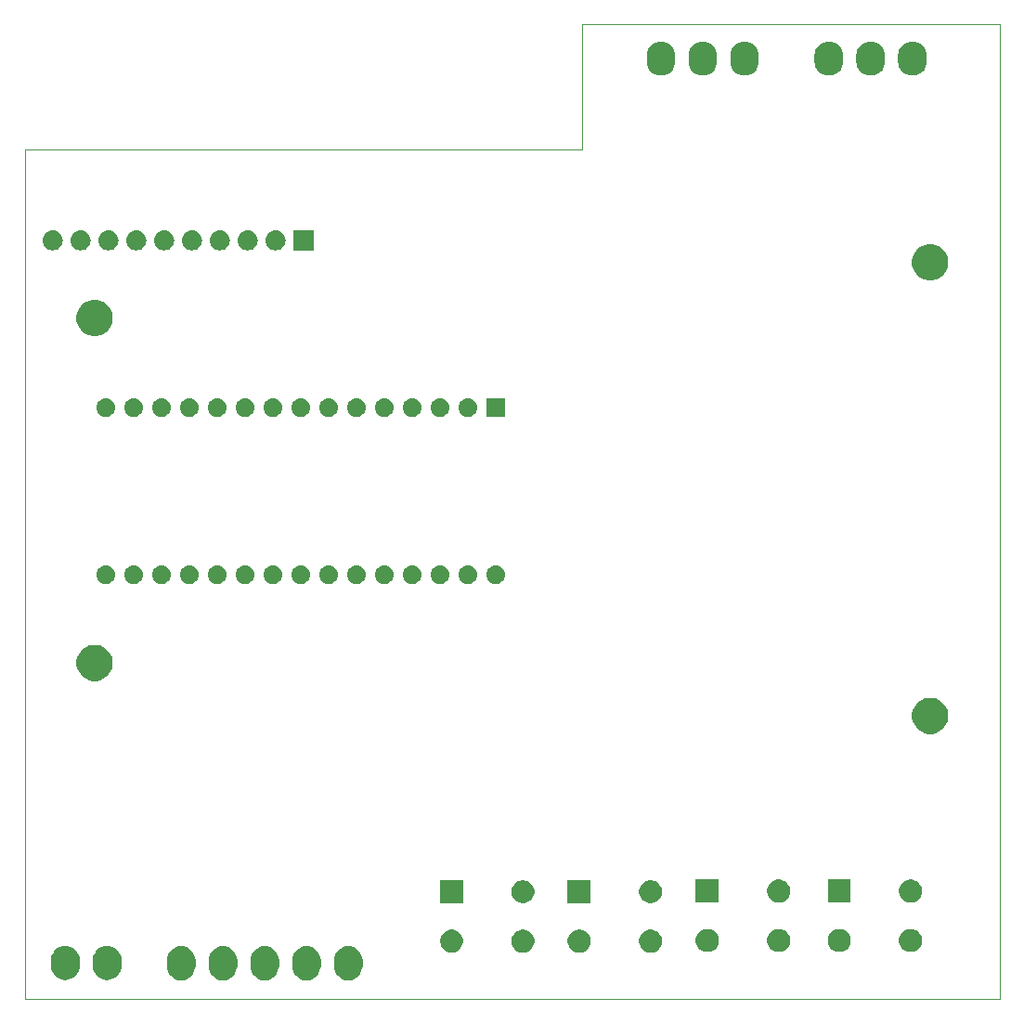
<source format=gbr>
%TF.GenerationSoftware,KiCad,Pcbnew,(5.1.2-1)-1*%
%TF.CreationDate,2019-09-01T22:37:37-05:00*%
%TF.ProjectId,FrankyAlpha,4672616e-6b79-4416-9c70-68612e6b6963,rev?*%
%TF.SameCoordinates,Original*%
%TF.FileFunction,Soldermask,Bot*%
%TF.FilePolarity,Negative*%
%FSLAX46Y46*%
G04 Gerber Fmt 4.6, Leading zero omitted, Abs format (unit mm)*
G04 Created by KiCad (PCBNEW (5.1.2-1)-1) date 2019-09-01 22:37:37*
%MOMM*%
%LPD*%
G04 APERTURE LIST*
%ADD10C,0.050000*%
%ADD11C,0.100000*%
G04 APERTURE END LIST*
D10*
X50800000Y0D02*
X88900000Y0D01*
X88900000Y-88900000D02*
X88900000Y0D01*
X0Y-88900000D02*
X88900000Y-88900000D01*
X0Y-11430000D02*
X0Y-88900000D01*
D11*
X50800000Y-11430000D02*
X0Y-11430000D01*
X50800000Y0D02*
X50800000Y-11430000D01*
G36*
X14504400Y-84066021D02*
G01*
X14749602Y-84140403D01*
X14975582Y-84261191D01*
X15173655Y-84423745D01*
X15336209Y-84621817D01*
X15456997Y-84847797D01*
X15531379Y-85092999D01*
X15550200Y-85284095D01*
X15550200Y-85911904D01*
X15531379Y-86103000D01*
X15456997Y-86348202D01*
X15336209Y-86574183D01*
X15173655Y-86772255D01*
X14975583Y-86934809D01*
X14749603Y-87055597D01*
X14504401Y-87129979D01*
X14249400Y-87155094D01*
X13994400Y-87129979D01*
X13749198Y-87055597D01*
X13523218Y-86934809D01*
X13325146Y-86772255D01*
X13162591Y-86574183D01*
X13041803Y-86348203D01*
X12967421Y-86103001D01*
X12948600Y-85911905D01*
X12948600Y-85284096D01*
X12967421Y-85093000D01*
X13041803Y-84847798D01*
X13162591Y-84621818D01*
X13325145Y-84423745D01*
X13523217Y-84261191D01*
X13749197Y-84140403D01*
X13994399Y-84066021D01*
X14249400Y-84040906D01*
X14504400Y-84066021D01*
X14504400Y-84066021D01*
G37*
G36*
X18314400Y-84066021D02*
G01*
X18559602Y-84140403D01*
X18785582Y-84261191D01*
X18983655Y-84423745D01*
X19146209Y-84621817D01*
X19266997Y-84847797D01*
X19341379Y-85092999D01*
X19360200Y-85284095D01*
X19360200Y-85911904D01*
X19341379Y-86103000D01*
X19266997Y-86348202D01*
X19146209Y-86574183D01*
X18983655Y-86772255D01*
X18785583Y-86934809D01*
X18559603Y-87055597D01*
X18314401Y-87129979D01*
X18059400Y-87155094D01*
X17804400Y-87129979D01*
X17559198Y-87055597D01*
X17333218Y-86934809D01*
X17135146Y-86772255D01*
X16972591Y-86574183D01*
X16851803Y-86348203D01*
X16777421Y-86103001D01*
X16758600Y-85911905D01*
X16758600Y-85284096D01*
X16777421Y-85093000D01*
X16851803Y-84847798D01*
X16972591Y-84621818D01*
X17135145Y-84423745D01*
X17333217Y-84261191D01*
X17559197Y-84140403D01*
X17804399Y-84066021D01*
X18059400Y-84040906D01*
X18314400Y-84066021D01*
X18314400Y-84066021D01*
G37*
G36*
X22124400Y-84066021D02*
G01*
X22369602Y-84140403D01*
X22595582Y-84261191D01*
X22793655Y-84423745D01*
X22956209Y-84621817D01*
X23076997Y-84847797D01*
X23151379Y-85092999D01*
X23170200Y-85284095D01*
X23170200Y-85911904D01*
X23151379Y-86103000D01*
X23076997Y-86348202D01*
X22956209Y-86574183D01*
X22793655Y-86772255D01*
X22595583Y-86934809D01*
X22369603Y-87055597D01*
X22124401Y-87129979D01*
X21869400Y-87155094D01*
X21614400Y-87129979D01*
X21369198Y-87055597D01*
X21143218Y-86934809D01*
X20945146Y-86772255D01*
X20782591Y-86574183D01*
X20661803Y-86348203D01*
X20587421Y-86103001D01*
X20568600Y-85911905D01*
X20568600Y-85284096D01*
X20587421Y-85093000D01*
X20661803Y-84847798D01*
X20782591Y-84621818D01*
X20945145Y-84423745D01*
X21143217Y-84261191D01*
X21369197Y-84140403D01*
X21614399Y-84066021D01*
X21869400Y-84040906D01*
X22124400Y-84066021D01*
X22124400Y-84066021D01*
G37*
G36*
X25934400Y-84066021D02*
G01*
X26179602Y-84140403D01*
X26405582Y-84261191D01*
X26603655Y-84423745D01*
X26766209Y-84621817D01*
X26886997Y-84847797D01*
X26961379Y-85092999D01*
X26980200Y-85284095D01*
X26980200Y-85911904D01*
X26961379Y-86103000D01*
X26886997Y-86348202D01*
X26766209Y-86574183D01*
X26603655Y-86772255D01*
X26405583Y-86934809D01*
X26179603Y-87055597D01*
X25934401Y-87129979D01*
X25679400Y-87155094D01*
X25424400Y-87129979D01*
X25179198Y-87055597D01*
X24953218Y-86934809D01*
X24755146Y-86772255D01*
X24592591Y-86574183D01*
X24471803Y-86348203D01*
X24397421Y-86103001D01*
X24378600Y-85911905D01*
X24378600Y-85284096D01*
X24397421Y-85093000D01*
X24471803Y-84847798D01*
X24592591Y-84621818D01*
X24755145Y-84423745D01*
X24953217Y-84261191D01*
X25179197Y-84140403D01*
X25424399Y-84066021D01*
X25679400Y-84040906D01*
X25934400Y-84066021D01*
X25934400Y-84066021D01*
G37*
G36*
X29744400Y-84066021D02*
G01*
X29989602Y-84140403D01*
X30215582Y-84261191D01*
X30413655Y-84423745D01*
X30576209Y-84621817D01*
X30696997Y-84847797D01*
X30771379Y-85092999D01*
X30790200Y-85284095D01*
X30790200Y-85911904D01*
X30771379Y-86103000D01*
X30696997Y-86348202D01*
X30576209Y-86574183D01*
X30413655Y-86772255D01*
X30215583Y-86934809D01*
X29989603Y-87055597D01*
X29744401Y-87129979D01*
X29489400Y-87155094D01*
X29234400Y-87129979D01*
X28989198Y-87055597D01*
X28763218Y-86934809D01*
X28565146Y-86772255D01*
X28402591Y-86574183D01*
X28281803Y-86348203D01*
X28207421Y-86103001D01*
X28188600Y-85911905D01*
X28188600Y-85284096D01*
X28207421Y-85093000D01*
X28281803Y-84847798D01*
X28402591Y-84621818D01*
X28565145Y-84423745D01*
X28763217Y-84261191D01*
X28989197Y-84140403D01*
X29234399Y-84066021D01*
X29489400Y-84040906D01*
X29744400Y-84066021D01*
X29744400Y-84066021D01*
G37*
G36*
X3938000Y-84040621D02*
G01*
X4183202Y-84115003D01*
X4409182Y-84235791D01*
X4607255Y-84398345D01*
X4769809Y-84596417D01*
X4890597Y-84822397D01*
X4964979Y-85067599D01*
X4983800Y-85258695D01*
X4983800Y-85886504D01*
X4964979Y-86077600D01*
X4890597Y-86322802D01*
X4769809Y-86548783D01*
X4607255Y-86746855D01*
X4409183Y-86909409D01*
X4183203Y-87030197D01*
X3938001Y-87104579D01*
X3683000Y-87129694D01*
X3428000Y-87104579D01*
X3182798Y-87030197D01*
X2956818Y-86909409D01*
X2758746Y-86746855D01*
X2596191Y-86548783D01*
X2475403Y-86322803D01*
X2401021Y-86077601D01*
X2382200Y-85886505D01*
X2382200Y-85258696D01*
X2401021Y-85067600D01*
X2475403Y-84822398D01*
X2596191Y-84596418D01*
X2758745Y-84398345D01*
X2956817Y-84235791D01*
X3182797Y-84115003D01*
X3427999Y-84040621D01*
X3683000Y-84015506D01*
X3938000Y-84040621D01*
X3938000Y-84040621D01*
G37*
G36*
X7748000Y-84040621D02*
G01*
X7993202Y-84115003D01*
X8219182Y-84235791D01*
X8417255Y-84398345D01*
X8579809Y-84596417D01*
X8700597Y-84822397D01*
X8774979Y-85067599D01*
X8793800Y-85258695D01*
X8793800Y-85886504D01*
X8774979Y-86077600D01*
X8700597Y-86322802D01*
X8579809Y-86548783D01*
X8417255Y-86746855D01*
X8219183Y-86909409D01*
X7993203Y-87030197D01*
X7748001Y-87104579D01*
X7493000Y-87129694D01*
X7238000Y-87104579D01*
X6992798Y-87030197D01*
X6766818Y-86909409D01*
X6568746Y-86746855D01*
X6406191Y-86548783D01*
X6285403Y-86322803D01*
X6211021Y-86077601D01*
X6192200Y-85886505D01*
X6192200Y-85258696D01*
X6211021Y-85067600D01*
X6285403Y-84822398D01*
X6406191Y-84596418D01*
X6568745Y-84398345D01*
X6766817Y-84235791D01*
X6992797Y-84115003D01*
X7237999Y-84040621D01*
X7493000Y-84015506D01*
X7748000Y-84040621D01*
X7748000Y-84040621D01*
G37*
G36*
X57353708Y-82570382D02*
G01*
X57544941Y-82649593D01*
X57717047Y-82764591D01*
X57863409Y-82910953D01*
X57978407Y-83083059D01*
X58057618Y-83274292D01*
X58098000Y-83477305D01*
X58098000Y-83684295D01*
X58057618Y-83887308D01*
X57978407Y-84078541D01*
X57863409Y-84250647D01*
X57717047Y-84397009D01*
X57544941Y-84512007D01*
X57353708Y-84591218D01*
X57150695Y-84631600D01*
X56943705Y-84631600D01*
X56740692Y-84591218D01*
X56549459Y-84512007D01*
X56377353Y-84397009D01*
X56230991Y-84250647D01*
X56115993Y-84078541D01*
X56036782Y-83887308D01*
X55996400Y-83684295D01*
X55996400Y-83477305D01*
X56036782Y-83274292D01*
X56115993Y-83083059D01*
X56230991Y-82910953D01*
X56377353Y-82764591D01*
X56549459Y-82649593D01*
X56740692Y-82570382D01*
X56943705Y-82530000D01*
X57150695Y-82530000D01*
X57353708Y-82570382D01*
X57353708Y-82570382D01*
G37*
G36*
X50853708Y-82570382D02*
G01*
X51044941Y-82649593D01*
X51217047Y-82764591D01*
X51363409Y-82910953D01*
X51478407Y-83083059D01*
X51557618Y-83274292D01*
X51598000Y-83477305D01*
X51598000Y-83684295D01*
X51557618Y-83887308D01*
X51478407Y-84078541D01*
X51363409Y-84250647D01*
X51217047Y-84397009D01*
X51044941Y-84512007D01*
X50853708Y-84591218D01*
X50650695Y-84631600D01*
X50443705Y-84631600D01*
X50240692Y-84591218D01*
X50049459Y-84512007D01*
X49877353Y-84397009D01*
X49730991Y-84250647D01*
X49615993Y-84078541D01*
X49536782Y-83887308D01*
X49496400Y-83684295D01*
X49496400Y-83477305D01*
X49536782Y-83274292D01*
X49615993Y-83083059D01*
X49730991Y-82910953D01*
X49877353Y-82764591D01*
X50049459Y-82649593D01*
X50240692Y-82570382D01*
X50443705Y-82530000D01*
X50650695Y-82530000D01*
X50853708Y-82570382D01*
X50853708Y-82570382D01*
G37*
G36*
X45720508Y-82570382D02*
G01*
X45911741Y-82649593D01*
X46083847Y-82764591D01*
X46230209Y-82910953D01*
X46345207Y-83083059D01*
X46424418Y-83274292D01*
X46464800Y-83477305D01*
X46464800Y-83684295D01*
X46424418Y-83887308D01*
X46345207Y-84078541D01*
X46230209Y-84250647D01*
X46083847Y-84397009D01*
X45911741Y-84512007D01*
X45720508Y-84591218D01*
X45517495Y-84631600D01*
X45310505Y-84631600D01*
X45107492Y-84591218D01*
X44916259Y-84512007D01*
X44744153Y-84397009D01*
X44597791Y-84250647D01*
X44482793Y-84078541D01*
X44403582Y-83887308D01*
X44363200Y-83684295D01*
X44363200Y-83477305D01*
X44403582Y-83274292D01*
X44482793Y-83083059D01*
X44597791Y-82910953D01*
X44744153Y-82764591D01*
X44916259Y-82649593D01*
X45107492Y-82570382D01*
X45310505Y-82530000D01*
X45517495Y-82530000D01*
X45720508Y-82570382D01*
X45720508Y-82570382D01*
G37*
G36*
X39220508Y-82570382D02*
G01*
X39411741Y-82649593D01*
X39583847Y-82764591D01*
X39730209Y-82910953D01*
X39845207Y-83083059D01*
X39924418Y-83274292D01*
X39964800Y-83477305D01*
X39964800Y-83684295D01*
X39924418Y-83887308D01*
X39845207Y-84078541D01*
X39730209Y-84250647D01*
X39583847Y-84397009D01*
X39411741Y-84512007D01*
X39220508Y-84591218D01*
X39017495Y-84631600D01*
X38810505Y-84631600D01*
X38607492Y-84591218D01*
X38416259Y-84512007D01*
X38244153Y-84397009D01*
X38097791Y-84250647D01*
X37982793Y-84078541D01*
X37903582Y-83887308D01*
X37863200Y-83684295D01*
X37863200Y-83477305D01*
X37903582Y-83274292D01*
X37982793Y-83083059D01*
X38097791Y-82910953D01*
X38244153Y-82764591D01*
X38416259Y-82649593D01*
X38607492Y-82570382D01*
X38810505Y-82530000D01*
X39017495Y-82530000D01*
X39220508Y-82570382D01*
X39220508Y-82570382D01*
G37*
G36*
X81077308Y-82519582D02*
G01*
X81268541Y-82598793D01*
X81440647Y-82713791D01*
X81587009Y-82860153D01*
X81702007Y-83032259D01*
X81781218Y-83223492D01*
X81821600Y-83426505D01*
X81821600Y-83633495D01*
X81781218Y-83836508D01*
X81702007Y-84027741D01*
X81587009Y-84199847D01*
X81440647Y-84346209D01*
X81268541Y-84461207D01*
X81077308Y-84540418D01*
X80874295Y-84580800D01*
X80667305Y-84580800D01*
X80464292Y-84540418D01*
X80273059Y-84461207D01*
X80100953Y-84346209D01*
X79954591Y-84199847D01*
X79839593Y-84027741D01*
X79760382Y-83836508D01*
X79720000Y-83633495D01*
X79720000Y-83426505D01*
X79760382Y-83223492D01*
X79839593Y-83032259D01*
X79954591Y-82860153D01*
X80100953Y-82713791D01*
X80273059Y-82598793D01*
X80464292Y-82519582D01*
X80667305Y-82479200D01*
X80874295Y-82479200D01*
X81077308Y-82519582D01*
X81077308Y-82519582D01*
G37*
G36*
X74577308Y-82519582D02*
G01*
X74768541Y-82598793D01*
X74940647Y-82713791D01*
X75087009Y-82860153D01*
X75202007Y-83032259D01*
X75281218Y-83223492D01*
X75321600Y-83426505D01*
X75321600Y-83633495D01*
X75281218Y-83836508D01*
X75202007Y-84027741D01*
X75087009Y-84199847D01*
X74940647Y-84346209D01*
X74768541Y-84461207D01*
X74577308Y-84540418D01*
X74374295Y-84580800D01*
X74167305Y-84580800D01*
X73964292Y-84540418D01*
X73773059Y-84461207D01*
X73600953Y-84346209D01*
X73454591Y-84199847D01*
X73339593Y-84027741D01*
X73260382Y-83836508D01*
X73220000Y-83633495D01*
X73220000Y-83426505D01*
X73260382Y-83223492D01*
X73339593Y-83032259D01*
X73454591Y-82860153D01*
X73600953Y-82713791D01*
X73773059Y-82598793D01*
X73964292Y-82519582D01*
X74167305Y-82479200D01*
X74374295Y-82479200D01*
X74577308Y-82519582D01*
X74577308Y-82519582D01*
G37*
G36*
X62537708Y-82519582D02*
G01*
X62728941Y-82598793D01*
X62901047Y-82713791D01*
X63047409Y-82860153D01*
X63162407Y-83032259D01*
X63241618Y-83223492D01*
X63282000Y-83426505D01*
X63282000Y-83633495D01*
X63241618Y-83836508D01*
X63162407Y-84027741D01*
X63047409Y-84199847D01*
X62901047Y-84346209D01*
X62728941Y-84461207D01*
X62537708Y-84540418D01*
X62334695Y-84580800D01*
X62127705Y-84580800D01*
X61924692Y-84540418D01*
X61733459Y-84461207D01*
X61561353Y-84346209D01*
X61414991Y-84199847D01*
X61299993Y-84027741D01*
X61220782Y-83836508D01*
X61180400Y-83633495D01*
X61180400Y-83426505D01*
X61220782Y-83223492D01*
X61299993Y-83032259D01*
X61414991Y-82860153D01*
X61561353Y-82713791D01*
X61733459Y-82598793D01*
X61924692Y-82519582D01*
X62127705Y-82479200D01*
X62334695Y-82479200D01*
X62537708Y-82519582D01*
X62537708Y-82519582D01*
G37*
G36*
X69037708Y-82519582D02*
G01*
X69228941Y-82598793D01*
X69401047Y-82713791D01*
X69547409Y-82860153D01*
X69662407Y-83032259D01*
X69741618Y-83223492D01*
X69782000Y-83426505D01*
X69782000Y-83633495D01*
X69741618Y-83836508D01*
X69662407Y-84027741D01*
X69547409Y-84199847D01*
X69401047Y-84346209D01*
X69228941Y-84461207D01*
X69037708Y-84540418D01*
X68834695Y-84580800D01*
X68627705Y-84580800D01*
X68424692Y-84540418D01*
X68233459Y-84461207D01*
X68061353Y-84346209D01*
X67914991Y-84199847D01*
X67799993Y-84027741D01*
X67720782Y-83836508D01*
X67680400Y-83633495D01*
X67680400Y-83426505D01*
X67720782Y-83223492D01*
X67799993Y-83032259D01*
X67914991Y-82860153D01*
X68061353Y-82713791D01*
X68233459Y-82598793D01*
X68424692Y-82519582D01*
X68627705Y-82479200D01*
X68834695Y-82479200D01*
X69037708Y-82519582D01*
X69037708Y-82519582D01*
G37*
G36*
X57353708Y-78070382D02*
G01*
X57544941Y-78149593D01*
X57717047Y-78264591D01*
X57863409Y-78410953D01*
X57978407Y-78583059D01*
X58057618Y-78774292D01*
X58098000Y-78977305D01*
X58098000Y-79184295D01*
X58057618Y-79387308D01*
X57978407Y-79578541D01*
X57863409Y-79750647D01*
X57717047Y-79897009D01*
X57544941Y-80012007D01*
X57353708Y-80091218D01*
X57150695Y-80131600D01*
X56943705Y-80131600D01*
X56740692Y-80091218D01*
X56549459Y-80012007D01*
X56377353Y-79897009D01*
X56230991Y-79750647D01*
X56115993Y-79578541D01*
X56036782Y-79387308D01*
X55996400Y-79184295D01*
X55996400Y-78977305D01*
X56036782Y-78774292D01*
X56115993Y-78583059D01*
X56230991Y-78410953D01*
X56377353Y-78264591D01*
X56549459Y-78149593D01*
X56740692Y-78070382D01*
X56943705Y-78030000D01*
X57150695Y-78030000D01*
X57353708Y-78070382D01*
X57353708Y-78070382D01*
G37*
G36*
X51598000Y-80131600D02*
G01*
X49496400Y-80131600D01*
X49496400Y-78030000D01*
X51598000Y-78030000D01*
X51598000Y-80131600D01*
X51598000Y-80131600D01*
G37*
G36*
X39964800Y-80131600D02*
G01*
X37863200Y-80131600D01*
X37863200Y-78030000D01*
X39964800Y-78030000D01*
X39964800Y-80131600D01*
X39964800Y-80131600D01*
G37*
G36*
X45720508Y-78070382D02*
G01*
X45911741Y-78149593D01*
X46083847Y-78264591D01*
X46230209Y-78410953D01*
X46345207Y-78583059D01*
X46424418Y-78774292D01*
X46464800Y-78977305D01*
X46464800Y-79184295D01*
X46424418Y-79387308D01*
X46345207Y-79578541D01*
X46230209Y-79750647D01*
X46083847Y-79897009D01*
X45911741Y-80012007D01*
X45720508Y-80091218D01*
X45517495Y-80131600D01*
X45310505Y-80131600D01*
X45107492Y-80091218D01*
X44916259Y-80012007D01*
X44744153Y-79897009D01*
X44597791Y-79750647D01*
X44482793Y-79578541D01*
X44403582Y-79387308D01*
X44363200Y-79184295D01*
X44363200Y-78977305D01*
X44403582Y-78774292D01*
X44482793Y-78583059D01*
X44597791Y-78410953D01*
X44744153Y-78264591D01*
X44916259Y-78149593D01*
X45107492Y-78070382D01*
X45310505Y-78030000D01*
X45517495Y-78030000D01*
X45720508Y-78070382D01*
X45720508Y-78070382D01*
G37*
G36*
X69037708Y-78019582D02*
G01*
X69228941Y-78098793D01*
X69401047Y-78213791D01*
X69547409Y-78360153D01*
X69662407Y-78532259D01*
X69741618Y-78723492D01*
X69782000Y-78926505D01*
X69782000Y-79133495D01*
X69741618Y-79336508D01*
X69662407Y-79527741D01*
X69547409Y-79699847D01*
X69401047Y-79846209D01*
X69228941Y-79961207D01*
X69037708Y-80040418D01*
X68834695Y-80080800D01*
X68627705Y-80080800D01*
X68424692Y-80040418D01*
X68233459Y-79961207D01*
X68061353Y-79846209D01*
X67914991Y-79699847D01*
X67799993Y-79527741D01*
X67720782Y-79336508D01*
X67680400Y-79133495D01*
X67680400Y-78926505D01*
X67720782Y-78723492D01*
X67799993Y-78532259D01*
X67914991Y-78360153D01*
X68061353Y-78213791D01*
X68233459Y-78098793D01*
X68424692Y-78019582D01*
X68627705Y-77979200D01*
X68834695Y-77979200D01*
X69037708Y-78019582D01*
X69037708Y-78019582D01*
G37*
G36*
X81077308Y-78019582D02*
G01*
X81268541Y-78098793D01*
X81440647Y-78213791D01*
X81587009Y-78360153D01*
X81702007Y-78532259D01*
X81781218Y-78723492D01*
X81821600Y-78926505D01*
X81821600Y-79133495D01*
X81781218Y-79336508D01*
X81702007Y-79527741D01*
X81587009Y-79699847D01*
X81440647Y-79846209D01*
X81268541Y-79961207D01*
X81077308Y-80040418D01*
X80874295Y-80080800D01*
X80667305Y-80080800D01*
X80464292Y-80040418D01*
X80273059Y-79961207D01*
X80100953Y-79846209D01*
X79954591Y-79699847D01*
X79839593Y-79527741D01*
X79760382Y-79336508D01*
X79720000Y-79133495D01*
X79720000Y-78926505D01*
X79760382Y-78723492D01*
X79839593Y-78532259D01*
X79954591Y-78360153D01*
X80100953Y-78213791D01*
X80273059Y-78098793D01*
X80464292Y-78019582D01*
X80667305Y-77979200D01*
X80874295Y-77979200D01*
X81077308Y-78019582D01*
X81077308Y-78019582D01*
G37*
G36*
X75321600Y-80080800D02*
G01*
X73220000Y-80080800D01*
X73220000Y-77979200D01*
X75321600Y-77979200D01*
X75321600Y-80080800D01*
X75321600Y-80080800D01*
G37*
G36*
X63282000Y-80080800D02*
G01*
X61180400Y-80080800D01*
X61180400Y-77979200D01*
X63282000Y-77979200D01*
X63282000Y-80080800D01*
X63282000Y-80080800D01*
G37*
G36*
X83031521Y-61455439D02*
G01*
X83331947Y-61579880D01*
X83602324Y-61760540D01*
X83832260Y-61990476D01*
X84012920Y-62260853D01*
X84137361Y-62561279D01*
X84200800Y-62880210D01*
X84200800Y-63205390D01*
X84137361Y-63524321D01*
X84012920Y-63824747D01*
X83832260Y-64095124D01*
X83602324Y-64325060D01*
X83331947Y-64505720D01*
X83031521Y-64630161D01*
X82712590Y-64693600D01*
X82387410Y-64693600D01*
X82068479Y-64630161D01*
X81768053Y-64505720D01*
X81497676Y-64325060D01*
X81267740Y-64095124D01*
X81087080Y-63824747D01*
X80962639Y-63524321D01*
X80899200Y-63205390D01*
X80899200Y-62880210D01*
X80962639Y-62561279D01*
X81087080Y-62260853D01*
X81267740Y-61990476D01*
X81497676Y-61760540D01*
X81768053Y-61579880D01*
X82068479Y-61455439D01*
X82387410Y-61392000D01*
X82712590Y-61392000D01*
X83031521Y-61455439D01*
X83031521Y-61455439D01*
G37*
G36*
X6831521Y-56629439D02*
G01*
X7131947Y-56753880D01*
X7402324Y-56934540D01*
X7632260Y-57164476D01*
X7812920Y-57434853D01*
X7937361Y-57735279D01*
X8000800Y-58054210D01*
X8000800Y-58379390D01*
X7937361Y-58698321D01*
X7812920Y-58998747D01*
X7632260Y-59269124D01*
X7402324Y-59499060D01*
X7131947Y-59679720D01*
X6831521Y-59804161D01*
X6512590Y-59867600D01*
X6187410Y-59867600D01*
X5868479Y-59804161D01*
X5568053Y-59679720D01*
X5297676Y-59499060D01*
X5067740Y-59269124D01*
X4887080Y-58998747D01*
X4762639Y-58698321D01*
X4699200Y-58379390D01*
X4699200Y-58054210D01*
X4762639Y-57735279D01*
X4887080Y-57434853D01*
X5067740Y-57164476D01*
X5297676Y-56934540D01*
X5568053Y-56753880D01*
X5868479Y-56629439D01*
X6187410Y-56566000D01*
X6512590Y-56566000D01*
X6831521Y-56629439D01*
X6831521Y-56629439D01*
G37*
G36*
X7532782Y-49326510D02*
G01*
X7532785Y-49326511D01*
X7532786Y-49326511D01*
X7599014Y-49346601D01*
X7693163Y-49375161D01*
X7767064Y-49414662D01*
X7840966Y-49454163D01*
X7970517Y-49560483D01*
X8076837Y-49690034D01*
X8116338Y-49763936D01*
X8155839Y-49837837D01*
X8204490Y-49998218D01*
X8220917Y-50165000D01*
X8204490Y-50331782D01*
X8155839Y-50492163D01*
X8116338Y-50566064D01*
X8076837Y-50639966D01*
X7970517Y-50769517D01*
X7840966Y-50875837D01*
X7767064Y-50915338D01*
X7693163Y-50954839D01*
X7599014Y-50983399D01*
X7532786Y-51003489D01*
X7532785Y-51003489D01*
X7532782Y-51003490D01*
X7407796Y-51015800D01*
X7324204Y-51015800D01*
X7199218Y-51003490D01*
X7199215Y-51003489D01*
X7199214Y-51003489D01*
X7132986Y-50983399D01*
X7038837Y-50954839D01*
X6964936Y-50915338D01*
X6891034Y-50875837D01*
X6761483Y-50769517D01*
X6655163Y-50639966D01*
X6615662Y-50566064D01*
X6576161Y-50492163D01*
X6527510Y-50331782D01*
X6511083Y-50165000D01*
X6527510Y-49998218D01*
X6576161Y-49837837D01*
X6615662Y-49763936D01*
X6655163Y-49690034D01*
X6761483Y-49560483D01*
X6891034Y-49454163D01*
X6964936Y-49414662D01*
X7038837Y-49375161D01*
X7132986Y-49346601D01*
X7199214Y-49326511D01*
X7199215Y-49326511D01*
X7199218Y-49326510D01*
X7324204Y-49314200D01*
X7407796Y-49314200D01*
X7532782Y-49326510D01*
X7532782Y-49326510D01*
G37*
G36*
X43092782Y-49326510D02*
G01*
X43092785Y-49326511D01*
X43092786Y-49326511D01*
X43159014Y-49346601D01*
X43253163Y-49375161D01*
X43327064Y-49414662D01*
X43400966Y-49454163D01*
X43530517Y-49560483D01*
X43636837Y-49690034D01*
X43676338Y-49763936D01*
X43715839Y-49837837D01*
X43764490Y-49998218D01*
X43780917Y-50165000D01*
X43764490Y-50331782D01*
X43715839Y-50492163D01*
X43676338Y-50566064D01*
X43636837Y-50639966D01*
X43530517Y-50769517D01*
X43400966Y-50875837D01*
X43327064Y-50915338D01*
X43253163Y-50954839D01*
X43159014Y-50983399D01*
X43092786Y-51003489D01*
X43092785Y-51003489D01*
X43092782Y-51003490D01*
X42967796Y-51015800D01*
X42884204Y-51015800D01*
X42759218Y-51003490D01*
X42759215Y-51003489D01*
X42759214Y-51003489D01*
X42692986Y-50983399D01*
X42598837Y-50954839D01*
X42524936Y-50915338D01*
X42451034Y-50875837D01*
X42321483Y-50769517D01*
X42215163Y-50639966D01*
X42175662Y-50566064D01*
X42136161Y-50492163D01*
X42087510Y-50331782D01*
X42071083Y-50165000D01*
X42087510Y-49998218D01*
X42136161Y-49837837D01*
X42175662Y-49763936D01*
X42215163Y-49690034D01*
X42321483Y-49560483D01*
X42451034Y-49454163D01*
X42524936Y-49414662D01*
X42598837Y-49375161D01*
X42692986Y-49346601D01*
X42759214Y-49326511D01*
X42759215Y-49326511D01*
X42759218Y-49326510D01*
X42884204Y-49314200D01*
X42967796Y-49314200D01*
X43092782Y-49326510D01*
X43092782Y-49326510D01*
G37*
G36*
X40552782Y-49326510D02*
G01*
X40552785Y-49326511D01*
X40552786Y-49326511D01*
X40619014Y-49346601D01*
X40713163Y-49375161D01*
X40787064Y-49414662D01*
X40860966Y-49454163D01*
X40990517Y-49560483D01*
X41096837Y-49690034D01*
X41136338Y-49763936D01*
X41175839Y-49837837D01*
X41224490Y-49998218D01*
X41240917Y-50165000D01*
X41224490Y-50331782D01*
X41175839Y-50492163D01*
X41136338Y-50566064D01*
X41096837Y-50639966D01*
X40990517Y-50769517D01*
X40860966Y-50875837D01*
X40787064Y-50915338D01*
X40713163Y-50954839D01*
X40619014Y-50983399D01*
X40552786Y-51003489D01*
X40552785Y-51003489D01*
X40552782Y-51003490D01*
X40427796Y-51015800D01*
X40344204Y-51015800D01*
X40219218Y-51003490D01*
X40219215Y-51003489D01*
X40219214Y-51003489D01*
X40152986Y-50983399D01*
X40058837Y-50954839D01*
X39984936Y-50915338D01*
X39911034Y-50875837D01*
X39781483Y-50769517D01*
X39675163Y-50639966D01*
X39635662Y-50566064D01*
X39596161Y-50492163D01*
X39547510Y-50331782D01*
X39531083Y-50165000D01*
X39547510Y-49998218D01*
X39596161Y-49837837D01*
X39635662Y-49763936D01*
X39675163Y-49690034D01*
X39781483Y-49560483D01*
X39911034Y-49454163D01*
X39984936Y-49414662D01*
X40058837Y-49375161D01*
X40152986Y-49346601D01*
X40219214Y-49326511D01*
X40219215Y-49326511D01*
X40219218Y-49326510D01*
X40344204Y-49314200D01*
X40427796Y-49314200D01*
X40552782Y-49326510D01*
X40552782Y-49326510D01*
G37*
G36*
X38012782Y-49326510D02*
G01*
X38012785Y-49326511D01*
X38012786Y-49326511D01*
X38079014Y-49346601D01*
X38173163Y-49375161D01*
X38247064Y-49414662D01*
X38320966Y-49454163D01*
X38450517Y-49560483D01*
X38556837Y-49690034D01*
X38596338Y-49763936D01*
X38635839Y-49837837D01*
X38684490Y-49998218D01*
X38700917Y-50165000D01*
X38684490Y-50331782D01*
X38635839Y-50492163D01*
X38596338Y-50566064D01*
X38556837Y-50639966D01*
X38450517Y-50769517D01*
X38320966Y-50875837D01*
X38247064Y-50915338D01*
X38173163Y-50954839D01*
X38079014Y-50983399D01*
X38012786Y-51003489D01*
X38012785Y-51003489D01*
X38012782Y-51003490D01*
X37887796Y-51015800D01*
X37804204Y-51015800D01*
X37679218Y-51003490D01*
X37679215Y-51003489D01*
X37679214Y-51003489D01*
X37612986Y-50983399D01*
X37518837Y-50954839D01*
X37444936Y-50915338D01*
X37371034Y-50875837D01*
X37241483Y-50769517D01*
X37135163Y-50639966D01*
X37095662Y-50566064D01*
X37056161Y-50492163D01*
X37007510Y-50331782D01*
X36991083Y-50165000D01*
X37007510Y-49998218D01*
X37056161Y-49837837D01*
X37095662Y-49763936D01*
X37135163Y-49690034D01*
X37241483Y-49560483D01*
X37371034Y-49454163D01*
X37444936Y-49414662D01*
X37518837Y-49375161D01*
X37612986Y-49346601D01*
X37679214Y-49326511D01*
X37679215Y-49326511D01*
X37679218Y-49326510D01*
X37804204Y-49314200D01*
X37887796Y-49314200D01*
X38012782Y-49326510D01*
X38012782Y-49326510D01*
G37*
G36*
X35472782Y-49326510D02*
G01*
X35472785Y-49326511D01*
X35472786Y-49326511D01*
X35539014Y-49346601D01*
X35633163Y-49375161D01*
X35707064Y-49414662D01*
X35780966Y-49454163D01*
X35910517Y-49560483D01*
X36016837Y-49690034D01*
X36056338Y-49763936D01*
X36095839Y-49837837D01*
X36144490Y-49998218D01*
X36160917Y-50165000D01*
X36144490Y-50331782D01*
X36095839Y-50492163D01*
X36056338Y-50566064D01*
X36016837Y-50639966D01*
X35910517Y-50769517D01*
X35780966Y-50875837D01*
X35707064Y-50915338D01*
X35633163Y-50954839D01*
X35539014Y-50983399D01*
X35472786Y-51003489D01*
X35472785Y-51003489D01*
X35472782Y-51003490D01*
X35347796Y-51015800D01*
X35264204Y-51015800D01*
X35139218Y-51003490D01*
X35139215Y-51003489D01*
X35139214Y-51003489D01*
X35072986Y-50983399D01*
X34978837Y-50954839D01*
X34904936Y-50915338D01*
X34831034Y-50875837D01*
X34701483Y-50769517D01*
X34595163Y-50639966D01*
X34555662Y-50566064D01*
X34516161Y-50492163D01*
X34467510Y-50331782D01*
X34451083Y-50165000D01*
X34467510Y-49998218D01*
X34516161Y-49837837D01*
X34555662Y-49763936D01*
X34595163Y-49690034D01*
X34701483Y-49560483D01*
X34831034Y-49454163D01*
X34904936Y-49414662D01*
X34978837Y-49375161D01*
X35072986Y-49346601D01*
X35139214Y-49326511D01*
X35139215Y-49326511D01*
X35139218Y-49326510D01*
X35264204Y-49314200D01*
X35347796Y-49314200D01*
X35472782Y-49326510D01*
X35472782Y-49326510D01*
G37*
G36*
X32932782Y-49326510D02*
G01*
X32932785Y-49326511D01*
X32932786Y-49326511D01*
X32999014Y-49346601D01*
X33093163Y-49375161D01*
X33167064Y-49414662D01*
X33240966Y-49454163D01*
X33370517Y-49560483D01*
X33476837Y-49690034D01*
X33516338Y-49763936D01*
X33555839Y-49837837D01*
X33604490Y-49998218D01*
X33620917Y-50165000D01*
X33604490Y-50331782D01*
X33555839Y-50492163D01*
X33516338Y-50566064D01*
X33476837Y-50639966D01*
X33370517Y-50769517D01*
X33240966Y-50875837D01*
X33167064Y-50915338D01*
X33093163Y-50954839D01*
X32999014Y-50983399D01*
X32932786Y-51003489D01*
X32932785Y-51003489D01*
X32932782Y-51003490D01*
X32807796Y-51015800D01*
X32724204Y-51015800D01*
X32599218Y-51003490D01*
X32599215Y-51003489D01*
X32599214Y-51003489D01*
X32532986Y-50983399D01*
X32438837Y-50954839D01*
X32364936Y-50915338D01*
X32291034Y-50875837D01*
X32161483Y-50769517D01*
X32055163Y-50639966D01*
X32015662Y-50566064D01*
X31976161Y-50492163D01*
X31927510Y-50331782D01*
X31911083Y-50165000D01*
X31927510Y-49998218D01*
X31976161Y-49837837D01*
X32015662Y-49763936D01*
X32055163Y-49690034D01*
X32161483Y-49560483D01*
X32291034Y-49454163D01*
X32364936Y-49414662D01*
X32438837Y-49375161D01*
X32532986Y-49346601D01*
X32599214Y-49326511D01*
X32599215Y-49326511D01*
X32599218Y-49326510D01*
X32724204Y-49314200D01*
X32807796Y-49314200D01*
X32932782Y-49326510D01*
X32932782Y-49326510D01*
G37*
G36*
X30392782Y-49326510D02*
G01*
X30392785Y-49326511D01*
X30392786Y-49326511D01*
X30459014Y-49346601D01*
X30553163Y-49375161D01*
X30627064Y-49414662D01*
X30700966Y-49454163D01*
X30830517Y-49560483D01*
X30936837Y-49690034D01*
X30976338Y-49763936D01*
X31015839Y-49837837D01*
X31064490Y-49998218D01*
X31080917Y-50165000D01*
X31064490Y-50331782D01*
X31015839Y-50492163D01*
X30976338Y-50566064D01*
X30936837Y-50639966D01*
X30830517Y-50769517D01*
X30700966Y-50875837D01*
X30627064Y-50915338D01*
X30553163Y-50954839D01*
X30459014Y-50983399D01*
X30392786Y-51003489D01*
X30392785Y-51003489D01*
X30392782Y-51003490D01*
X30267796Y-51015800D01*
X30184204Y-51015800D01*
X30059218Y-51003490D01*
X30059215Y-51003489D01*
X30059214Y-51003489D01*
X29992986Y-50983399D01*
X29898837Y-50954839D01*
X29824936Y-50915338D01*
X29751034Y-50875837D01*
X29621483Y-50769517D01*
X29515163Y-50639966D01*
X29475662Y-50566064D01*
X29436161Y-50492163D01*
X29387510Y-50331782D01*
X29371083Y-50165000D01*
X29387510Y-49998218D01*
X29436161Y-49837837D01*
X29475662Y-49763936D01*
X29515163Y-49690034D01*
X29621483Y-49560483D01*
X29751034Y-49454163D01*
X29824936Y-49414662D01*
X29898837Y-49375161D01*
X29992986Y-49346601D01*
X30059214Y-49326511D01*
X30059215Y-49326511D01*
X30059218Y-49326510D01*
X30184204Y-49314200D01*
X30267796Y-49314200D01*
X30392782Y-49326510D01*
X30392782Y-49326510D01*
G37*
G36*
X27852782Y-49326510D02*
G01*
X27852785Y-49326511D01*
X27852786Y-49326511D01*
X27919014Y-49346601D01*
X28013163Y-49375161D01*
X28087064Y-49414662D01*
X28160966Y-49454163D01*
X28290517Y-49560483D01*
X28396837Y-49690034D01*
X28436338Y-49763936D01*
X28475839Y-49837837D01*
X28524490Y-49998218D01*
X28540917Y-50165000D01*
X28524490Y-50331782D01*
X28475839Y-50492163D01*
X28436338Y-50566064D01*
X28396837Y-50639966D01*
X28290517Y-50769517D01*
X28160966Y-50875837D01*
X28087064Y-50915338D01*
X28013163Y-50954839D01*
X27919014Y-50983399D01*
X27852786Y-51003489D01*
X27852785Y-51003489D01*
X27852782Y-51003490D01*
X27727796Y-51015800D01*
X27644204Y-51015800D01*
X27519218Y-51003490D01*
X27519215Y-51003489D01*
X27519214Y-51003489D01*
X27452986Y-50983399D01*
X27358837Y-50954839D01*
X27284936Y-50915338D01*
X27211034Y-50875837D01*
X27081483Y-50769517D01*
X26975163Y-50639966D01*
X26935662Y-50566064D01*
X26896161Y-50492163D01*
X26847510Y-50331782D01*
X26831083Y-50165000D01*
X26847510Y-49998218D01*
X26896161Y-49837837D01*
X26935662Y-49763936D01*
X26975163Y-49690034D01*
X27081483Y-49560483D01*
X27211034Y-49454163D01*
X27284936Y-49414662D01*
X27358837Y-49375161D01*
X27452986Y-49346601D01*
X27519214Y-49326511D01*
X27519215Y-49326511D01*
X27519218Y-49326510D01*
X27644204Y-49314200D01*
X27727796Y-49314200D01*
X27852782Y-49326510D01*
X27852782Y-49326510D01*
G37*
G36*
X25312782Y-49326510D02*
G01*
X25312785Y-49326511D01*
X25312786Y-49326511D01*
X25379014Y-49346601D01*
X25473163Y-49375161D01*
X25547064Y-49414662D01*
X25620966Y-49454163D01*
X25750517Y-49560483D01*
X25856837Y-49690034D01*
X25896338Y-49763936D01*
X25935839Y-49837837D01*
X25984490Y-49998218D01*
X26000917Y-50165000D01*
X25984490Y-50331782D01*
X25935839Y-50492163D01*
X25896338Y-50566064D01*
X25856837Y-50639966D01*
X25750517Y-50769517D01*
X25620966Y-50875837D01*
X25547064Y-50915338D01*
X25473163Y-50954839D01*
X25379014Y-50983399D01*
X25312786Y-51003489D01*
X25312785Y-51003489D01*
X25312782Y-51003490D01*
X25187796Y-51015800D01*
X25104204Y-51015800D01*
X24979218Y-51003490D01*
X24979215Y-51003489D01*
X24979214Y-51003489D01*
X24912986Y-50983399D01*
X24818837Y-50954839D01*
X24744936Y-50915338D01*
X24671034Y-50875837D01*
X24541483Y-50769517D01*
X24435163Y-50639966D01*
X24395662Y-50566064D01*
X24356161Y-50492163D01*
X24307510Y-50331782D01*
X24291083Y-50165000D01*
X24307510Y-49998218D01*
X24356161Y-49837837D01*
X24395662Y-49763936D01*
X24435163Y-49690034D01*
X24541483Y-49560483D01*
X24671034Y-49454163D01*
X24744936Y-49414662D01*
X24818837Y-49375161D01*
X24912986Y-49346601D01*
X24979214Y-49326511D01*
X24979215Y-49326511D01*
X24979218Y-49326510D01*
X25104204Y-49314200D01*
X25187796Y-49314200D01*
X25312782Y-49326510D01*
X25312782Y-49326510D01*
G37*
G36*
X22772782Y-49326510D02*
G01*
X22772785Y-49326511D01*
X22772786Y-49326511D01*
X22839014Y-49346601D01*
X22933163Y-49375161D01*
X23007064Y-49414662D01*
X23080966Y-49454163D01*
X23210517Y-49560483D01*
X23316837Y-49690034D01*
X23356338Y-49763936D01*
X23395839Y-49837837D01*
X23444490Y-49998218D01*
X23460917Y-50165000D01*
X23444490Y-50331782D01*
X23395839Y-50492163D01*
X23356338Y-50566064D01*
X23316837Y-50639966D01*
X23210517Y-50769517D01*
X23080966Y-50875837D01*
X23007064Y-50915338D01*
X22933163Y-50954839D01*
X22839014Y-50983399D01*
X22772786Y-51003489D01*
X22772785Y-51003489D01*
X22772782Y-51003490D01*
X22647796Y-51015800D01*
X22564204Y-51015800D01*
X22439218Y-51003490D01*
X22439215Y-51003489D01*
X22439214Y-51003489D01*
X22372986Y-50983399D01*
X22278837Y-50954839D01*
X22204936Y-50915338D01*
X22131034Y-50875837D01*
X22001483Y-50769517D01*
X21895163Y-50639966D01*
X21855662Y-50566064D01*
X21816161Y-50492163D01*
X21767510Y-50331782D01*
X21751083Y-50165000D01*
X21767510Y-49998218D01*
X21816161Y-49837837D01*
X21855662Y-49763936D01*
X21895163Y-49690034D01*
X22001483Y-49560483D01*
X22131034Y-49454163D01*
X22204936Y-49414662D01*
X22278837Y-49375161D01*
X22372986Y-49346601D01*
X22439214Y-49326511D01*
X22439215Y-49326511D01*
X22439218Y-49326510D01*
X22564204Y-49314200D01*
X22647796Y-49314200D01*
X22772782Y-49326510D01*
X22772782Y-49326510D01*
G37*
G36*
X20232782Y-49326510D02*
G01*
X20232785Y-49326511D01*
X20232786Y-49326511D01*
X20299014Y-49346601D01*
X20393163Y-49375161D01*
X20467064Y-49414662D01*
X20540966Y-49454163D01*
X20670517Y-49560483D01*
X20776837Y-49690034D01*
X20816338Y-49763936D01*
X20855839Y-49837837D01*
X20904490Y-49998218D01*
X20920917Y-50165000D01*
X20904490Y-50331782D01*
X20855839Y-50492163D01*
X20816338Y-50566064D01*
X20776837Y-50639966D01*
X20670517Y-50769517D01*
X20540966Y-50875837D01*
X20467064Y-50915338D01*
X20393163Y-50954839D01*
X20299014Y-50983399D01*
X20232786Y-51003489D01*
X20232785Y-51003489D01*
X20232782Y-51003490D01*
X20107796Y-51015800D01*
X20024204Y-51015800D01*
X19899218Y-51003490D01*
X19899215Y-51003489D01*
X19899214Y-51003489D01*
X19832986Y-50983399D01*
X19738837Y-50954839D01*
X19664936Y-50915338D01*
X19591034Y-50875837D01*
X19461483Y-50769517D01*
X19355163Y-50639966D01*
X19315662Y-50566064D01*
X19276161Y-50492163D01*
X19227510Y-50331782D01*
X19211083Y-50165000D01*
X19227510Y-49998218D01*
X19276161Y-49837837D01*
X19315662Y-49763936D01*
X19355163Y-49690034D01*
X19461483Y-49560483D01*
X19591034Y-49454163D01*
X19664936Y-49414662D01*
X19738837Y-49375161D01*
X19832986Y-49346601D01*
X19899214Y-49326511D01*
X19899215Y-49326511D01*
X19899218Y-49326510D01*
X20024204Y-49314200D01*
X20107796Y-49314200D01*
X20232782Y-49326510D01*
X20232782Y-49326510D01*
G37*
G36*
X17692782Y-49326510D02*
G01*
X17692785Y-49326511D01*
X17692786Y-49326511D01*
X17759014Y-49346601D01*
X17853163Y-49375161D01*
X17927064Y-49414662D01*
X18000966Y-49454163D01*
X18130517Y-49560483D01*
X18236837Y-49690034D01*
X18276338Y-49763936D01*
X18315839Y-49837837D01*
X18364490Y-49998218D01*
X18380917Y-50165000D01*
X18364490Y-50331782D01*
X18315839Y-50492163D01*
X18276338Y-50566064D01*
X18236837Y-50639966D01*
X18130517Y-50769517D01*
X18000966Y-50875837D01*
X17927064Y-50915338D01*
X17853163Y-50954839D01*
X17759014Y-50983399D01*
X17692786Y-51003489D01*
X17692785Y-51003489D01*
X17692782Y-51003490D01*
X17567796Y-51015800D01*
X17484204Y-51015800D01*
X17359218Y-51003490D01*
X17359215Y-51003489D01*
X17359214Y-51003489D01*
X17292986Y-50983399D01*
X17198837Y-50954839D01*
X17124936Y-50915338D01*
X17051034Y-50875837D01*
X16921483Y-50769517D01*
X16815163Y-50639966D01*
X16775662Y-50566064D01*
X16736161Y-50492163D01*
X16687510Y-50331782D01*
X16671083Y-50165000D01*
X16687510Y-49998218D01*
X16736161Y-49837837D01*
X16775662Y-49763936D01*
X16815163Y-49690034D01*
X16921483Y-49560483D01*
X17051034Y-49454163D01*
X17124936Y-49414662D01*
X17198837Y-49375161D01*
X17292986Y-49346601D01*
X17359214Y-49326511D01*
X17359215Y-49326511D01*
X17359218Y-49326510D01*
X17484204Y-49314200D01*
X17567796Y-49314200D01*
X17692782Y-49326510D01*
X17692782Y-49326510D01*
G37*
G36*
X15152782Y-49326510D02*
G01*
X15152785Y-49326511D01*
X15152786Y-49326511D01*
X15219014Y-49346601D01*
X15313163Y-49375161D01*
X15387064Y-49414662D01*
X15460966Y-49454163D01*
X15590517Y-49560483D01*
X15696837Y-49690034D01*
X15736338Y-49763936D01*
X15775839Y-49837837D01*
X15824490Y-49998218D01*
X15840917Y-50165000D01*
X15824490Y-50331782D01*
X15775839Y-50492163D01*
X15736338Y-50566064D01*
X15696837Y-50639966D01*
X15590517Y-50769517D01*
X15460966Y-50875837D01*
X15387064Y-50915338D01*
X15313163Y-50954839D01*
X15219014Y-50983399D01*
X15152786Y-51003489D01*
X15152785Y-51003489D01*
X15152782Y-51003490D01*
X15027796Y-51015800D01*
X14944204Y-51015800D01*
X14819218Y-51003490D01*
X14819215Y-51003489D01*
X14819214Y-51003489D01*
X14752986Y-50983399D01*
X14658837Y-50954839D01*
X14584936Y-50915338D01*
X14511034Y-50875837D01*
X14381483Y-50769517D01*
X14275163Y-50639966D01*
X14235662Y-50566064D01*
X14196161Y-50492163D01*
X14147510Y-50331782D01*
X14131083Y-50165000D01*
X14147510Y-49998218D01*
X14196161Y-49837837D01*
X14235662Y-49763936D01*
X14275163Y-49690034D01*
X14381483Y-49560483D01*
X14511034Y-49454163D01*
X14584936Y-49414662D01*
X14658837Y-49375161D01*
X14752986Y-49346601D01*
X14819214Y-49326511D01*
X14819215Y-49326511D01*
X14819218Y-49326510D01*
X14944204Y-49314200D01*
X15027796Y-49314200D01*
X15152782Y-49326510D01*
X15152782Y-49326510D01*
G37*
G36*
X12612782Y-49326510D02*
G01*
X12612785Y-49326511D01*
X12612786Y-49326511D01*
X12679014Y-49346601D01*
X12773163Y-49375161D01*
X12847064Y-49414662D01*
X12920966Y-49454163D01*
X13050517Y-49560483D01*
X13156837Y-49690034D01*
X13196338Y-49763936D01*
X13235839Y-49837837D01*
X13284490Y-49998218D01*
X13300917Y-50165000D01*
X13284490Y-50331782D01*
X13235839Y-50492163D01*
X13196338Y-50566064D01*
X13156837Y-50639966D01*
X13050517Y-50769517D01*
X12920966Y-50875837D01*
X12847064Y-50915338D01*
X12773163Y-50954839D01*
X12679014Y-50983399D01*
X12612786Y-51003489D01*
X12612785Y-51003489D01*
X12612782Y-51003490D01*
X12487796Y-51015800D01*
X12404204Y-51015800D01*
X12279218Y-51003490D01*
X12279215Y-51003489D01*
X12279214Y-51003489D01*
X12212986Y-50983399D01*
X12118837Y-50954839D01*
X12044936Y-50915338D01*
X11971034Y-50875837D01*
X11841483Y-50769517D01*
X11735163Y-50639966D01*
X11695662Y-50566064D01*
X11656161Y-50492163D01*
X11607510Y-50331782D01*
X11591083Y-50165000D01*
X11607510Y-49998218D01*
X11656161Y-49837837D01*
X11695662Y-49763936D01*
X11735163Y-49690034D01*
X11841483Y-49560483D01*
X11971034Y-49454163D01*
X12044936Y-49414662D01*
X12118837Y-49375161D01*
X12212986Y-49346601D01*
X12279214Y-49326511D01*
X12279215Y-49326511D01*
X12279218Y-49326510D01*
X12404204Y-49314200D01*
X12487796Y-49314200D01*
X12612782Y-49326510D01*
X12612782Y-49326510D01*
G37*
G36*
X10072782Y-49326510D02*
G01*
X10072785Y-49326511D01*
X10072786Y-49326511D01*
X10139014Y-49346601D01*
X10233163Y-49375161D01*
X10307064Y-49414662D01*
X10380966Y-49454163D01*
X10510517Y-49560483D01*
X10616837Y-49690034D01*
X10656338Y-49763936D01*
X10695839Y-49837837D01*
X10744490Y-49998218D01*
X10760917Y-50165000D01*
X10744490Y-50331782D01*
X10695839Y-50492163D01*
X10656338Y-50566064D01*
X10616837Y-50639966D01*
X10510517Y-50769517D01*
X10380966Y-50875837D01*
X10307064Y-50915338D01*
X10233163Y-50954839D01*
X10139014Y-50983399D01*
X10072786Y-51003489D01*
X10072785Y-51003489D01*
X10072782Y-51003490D01*
X9947796Y-51015800D01*
X9864204Y-51015800D01*
X9739218Y-51003490D01*
X9739215Y-51003489D01*
X9739214Y-51003489D01*
X9672986Y-50983399D01*
X9578837Y-50954839D01*
X9504936Y-50915338D01*
X9431034Y-50875837D01*
X9301483Y-50769517D01*
X9195163Y-50639966D01*
X9155662Y-50566064D01*
X9116161Y-50492163D01*
X9067510Y-50331782D01*
X9051083Y-50165000D01*
X9067510Y-49998218D01*
X9116161Y-49837837D01*
X9155662Y-49763936D01*
X9195163Y-49690034D01*
X9301483Y-49560483D01*
X9431034Y-49454163D01*
X9504936Y-49414662D01*
X9578837Y-49375161D01*
X9672986Y-49346601D01*
X9739214Y-49326511D01*
X9739215Y-49326511D01*
X9739218Y-49326510D01*
X9864204Y-49314200D01*
X9947796Y-49314200D01*
X10072782Y-49326510D01*
X10072782Y-49326510D01*
G37*
G36*
X15152782Y-34086510D02*
G01*
X15152785Y-34086511D01*
X15152786Y-34086511D01*
X15219014Y-34106601D01*
X15313163Y-34135161D01*
X15387064Y-34174662D01*
X15460966Y-34214163D01*
X15590517Y-34320483D01*
X15696837Y-34450034D01*
X15736338Y-34523936D01*
X15775839Y-34597837D01*
X15824490Y-34758218D01*
X15840917Y-34925000D01*
X15824490Y-35091782D01*
X15775839Y-35252163D01*
X15736338Y-35326064D01*
X15696837Y-35399966D01*
X15590517Y-35529517D01*
X15460966Y-35635837D01*
X15387064Y-35675338D01*
X15313163Y-35714839D01*
X15219014Y-35743399D01*
X15152786Y-35763489D01*
X15152785Y-35763489D01*
X15152782Y-35763490D01*
X15027796Y-35775800D01*
X14944204Y-35775800D01*
X14819218Y-35763490D01*
X14819215Y-35763489D01*
X14819214Y-35763489D01*
X14752986Y-35743399D01*
X14658837Y-35714839D01*
X14584936Y-35675338D01*
X14511034Y-35635837D01*
X14381483Y-35529517D01*
X14275163Y-35399966D01*
X14235662Y-35326064D01*
X14196161Y-35252163D01*
X14147510Y-35091782D01*
X14131083Y-34925000D01*
X14147510Y-34758218D01*
X14196161Y-34597837D01*
X14235662Y-34523936D01*
X14275163Y-34450034D01*
X14381483Y-34320483D01*
X14511034Y-34214163D01*
X14584936Y-34174662D01*
X14658837Y-34135161D01*
X14752986Y-34106601D01*
X14819214Y-34086511D01*
X14819215Y-34086511D01*
X14819218Y-34086510D01*
X14944204Y-34074200D01*
X15027796Y-34074200D01*
X15152782Y-34086510D01*
X15152782Y-34086510D01*
G37*
G36*
X12612782Y-34086510D02*
G01*
X12612785Y-34086511D01*
X12612786Y-34086511D01*
X12679014Y-34106601D01*
X12773163Y-34135161D01*
X12847064Y-34174662D01*
X12920966Y-34214163D01*
X13050517Y-34320483D01*
X13156837Y-34450034D01*
X13196338Y-34523936D01*
X13235839Y-34597837D01*
X13284490Y-34758218D01*
X13300917Y-34925000D01*
X13284490Y-35091782D01*
X13235839Y-35252163D01*
X13196338Y-35326064D01*
X13156837Y-35399966D01*
X13050517Y-35529517D01*
X12920966Y-35635837D01*
X12847064Y-35675338D01*
X12773163Y-35714839D01*
X12679014Y-35743399D01*
X12612786Y-35763489D01*
X12612785Y-35763489D01*
X12612782Y-35763490D01*
X12487796Y-35775800D01*
X12404204Y-35775800D01*
X12279218Y-35763490D01*
X12279215Y-35763489D01*
X12279214Y-35763489D01*
X12212986Y-35743399D01*
X12118837Y-35714839D01*
X12044936Y-35675338D01*
X11971034Y-35635837D01*
X11841483Y-35529517D01*
X11735163Y-35399966D01*
X11695662Y-35326064D01*
X11656161Y-35252163D01*
X11607510Y-35091782D01*
X11591083Y-34925000D01*
X11607510Y-34758218D01*
X11656161Y-34597837D01*
X11695662Y-34523936D01*
X11735163Y-34450034D01*
X11841483Y-34320483D01*
X11971034Y-34214163D01*
X12044936Y-34174662D01*
X12118837Y-34135161D01*
X12212986Y-34106601D01*
X12279214Y-34086511D01*
X12279215Y-34086511D01*
X12279218Y-34086510D01*
X12404204Y-34074200D01*
X12487796Y-34074200D01*
X12612782Y-34086510D01*
X12612782Y-34086510D01*
G37*
G36*
X17692782Y-34086510D02*
G01*
X17692785Y-34086511D01*
X17692786Y-34086511D01*
X17759014Y-34106601D01*
X17853163Y-34135161D01*
X17927064Y-34174662D01*
X18000966Y-34214163D01*
X18130517Y-34320483D01*
X18236837Y-34450034D01*
X18276338Y-34523936D01*
X18315839Y-34597837D01*
X18364490Y-34758218D01*
X18380917Y-34925000D01*
X18364490Y-35091782D01*
X18315839Y-35252163D01*
X18276338Y-35326064D01*
X18236837Y-35399966D01*
X18130517Y-35529517D01*
X18000966Y-35635837D01*
X17927064Y-35675338D01*
X17853163Y-35714839D01*
X17759014Y-35743399D01*
X17692786Y-35763489D01*
X17692785Y-35763489D01*
X17692782Y-35763490D01*
X17567796Y-35775800D01*
X17484204Y-35775800D01*
X17359218Y-35763490D01*
X17359215Y-35763489D01*
X17359214Y-35763489D01*
X17292986Y-35743399D01*
X17198837Y-35714839D01*
X17124936Y-35675338D01*
X17051034Y-35635837D01*
X16921483Y-35529517D01*
X16815163Y-35399966D01*
X16775662Y-35326064D01*
X16736161Y-35252163D01*
X16687510Y-35091782D01*
X16671083Y-34925000D01*
X16687510Y-34758218D01*
X16736161Y-34597837D01*
X16775662Y-34523936D01*
X16815163Y-34450034D01*
X16921483Y-34320483D01*
X17051034Y-34214163D01*
X17124936Y-34174662D01*
X17198837Y-34135161D01*
X17292986Y-34106601D01*
X17359214Y-34086511D01*
X17359215Y-34086511D01*
X17359218Y-34086510D01*
X17484204Y-34074200D01*
X17567796Y-34074200D01*
X17692782Y-34086510D01*
X17692782Y-34086510D01*
G37*
G36*
X10072782Y-34086510D02*
G01*
X10072785Y-34086511D01*
X10072786Y-34086511D01*
X10139014Y-34106601D01*
X10233163Y-34135161D01*
X10307064Y-34174662D01*
X10380966Y-34214163D01*
X10510517Y-34320483D01*
X10616837Y-34450034D01*
X10656338Y-34523936D01*
X10695839Y-34597837D01*
X10744490Y-34758218D01*
X10760917Y-34925000D01*
X10744490Y-35091782D01*
X10695839Y-35252163D01*
X10656338Y-35326064D01*
X10616837Y-35399966D01*
X10510517Y-35529517D01*
X10380966Y-35635837D01*
X10307064Y-35675338D01*
X10233163Y-35714839D01*
X10139014Y-35743399D01*
X10072786Y-35763489D01*
X10072785Y-35763489D01*
X10072782Y-35763490D01*
X9947796Y-35775800D01*
X9864204Y-35775800D01*
X9739218Y-35763490D01*
X9739215Y-35763489D01*
X9739214Y-35763489D01*
X9672986Y-35743399D01*
X9578837Y-35714839D01*
X9504936Y-35675338D01*
X9431034Y-35635837D01*
X9301483Y-35529517D01*
X9195163Y-35399966D01*
X9155662Y-35326064D01*
X9116161Y-35252163D01*
X9067510Y-35091782D01*
X9051083Y-34925000D01*
X9067510Y-34758218D01*
X9116161Y-34597837D01*
X9155662Y-34523936D01*
X9195163Y-34450034D01*
X9301483Y-34320483D01*
X9431034Y-34214163D01*
X9504936Y-34174662D01*
X9578837Y-34135161D01*
X9672986Y-34106601D01*
X9739214Y-34086511D01*
X9739215Y-34086511D01*
X9739218Y-34086510D01*
X9864204Y-34074200D01*
X9947796Y-34074200D01*
X10072782Y-34086510D01*
X10072782Y-34086510D01*
G37*
G36*
X20232782Y-34086510D02*
G01*
X20232785Y-34086511D01*
X20232786Y-34086511D01*
X20299014Y-34106601D01*
X20393163Y-34135161D01*
X20467064Y-34174662D01*
X20540966Y-34214163D01*
X20670517Y-34320483D01*
X20776837Y-34450034D01*
X20816338Y-34523936D01*
X20855839Y-34597837D01*
X20904490Y-34758218D01*
X20920917Y-34925000D01*
X20904490Y-35091782D01*
X20855839Y-35252163D01*
X20816338Y-35326064D01*
X20776837Y-35399966D01*
X20670517Y-35529517D01*
X20540966Y-35635837D01*
X20467064Y-35675338D01*
X20393163Y-35714839D01*
X20299014Y-35743399D01*
X20232786Y-35763489D01*
X20232785Y-35763489D01*
X20232782Y-35763490D01*
X20107796Y-35775800D01*
X20024204Y-35775800D01*
X19899218Y-35763490D01*
X19899215Y-35763489D01*
X19899214Y-35763489D01*
X19832986Y-35743399D01*
X19738837Y-35714839D01*
X19664936Y-35675338D01*
X19591034Y-35635837D01*
X19461483Y-35529517D01*
X19355163Y-35399966D01*
X19315662Y-35326064D01*
X19276161Y-35252163D01*
X19227510Y-35091782D01*
X19211083Y-34925000D01*
X19227510Y-34758218D01*
X19276161Y-34597837D01*
X19315662Y-34523936D01*
X19355163Y-34450034D01*
X19461483Y-34320483D01*
X19591034Y-34214163D01*
X19664936Y-34174662D01*
X19738837Y-34135161D01*
X19832986Y-34106601D01*
X19899214Y-34086511D01*
X19899215Y-34086511D01*
X19899218Y-34086510D01*
X20024204Y-34074200D01*
X20107796Y-34074200D01*
X20232782Y-34086510D01*
X20232782Y-34086510D01*
G37*
G36*
X7532782Y-34086510D02*
G01*
X7532785Y-34086511D01*
X7532786Y-34086511D01*
X7599014Y-34106601D01*
X7693163Y-34135161D01*
X7767064Y-34174662D01*
X7840966Y-34214163D01*
X7970517Y-34320483D01*
X8076837Y-34450034D01*
X8116338Y-34523936D01*
X8155839Y-34597837D01*
X8204490Y-34758218D01*
X8220917Y-34925000D01*
X8204490Y-35091782D01*
X8155839Y-35252163D01*
X8116338Y-35326064D01*
X8076837Y-35399966D01*
X7970517Y-35529517D01*
X7840966Y-35635837D01*
X7767064Y-35675338D01*
X7693163Y-35714839D01*
X7599014Y-35743399D01*
X7532786Y-35763489D01*
X7532785Y-35763489D01*
X7532782Y-35763490D01*
X7407796Y-35775800D01*
X7324204Y-35775800D01*
X7199218Y-35763490D01*
X7199215Y-35763489D01*
X7199214Y-35763489D01*
X7132986Y-35743399D01*
X7038837Y-35714839D01*
X6964936Y-35675338D01*
X6891034Y-35635837D01*
X6761483Y-35529517D01*
X6655163Y-35399966D01*
X6615662Y-35326064D01*
X6576161Y-35252163D01*
X6527510Y-35091782D01*
X6511083Y-34925000D01*
X6527510Y-34758218D01*
X6576161Y-34597837D01*
X6615662Y-34523936D01*
X6655163Y-34450034D01*
X6761483Y-34320483D01*
X6891034Y-34214163D01*
X6964936Y-34174662D01*
X7038837Y-34135161D01*
X7132986Y-34106601D01*
X7199214Y-34086511D01*
X7199215Y-34086511D01*
X7199218Y-34086510D01*
X7324204Y-34074200D01*
X7407796Y-34074200D01*
X7532782Y-34086510D01*
X7532782Y-34086510D01*
G37*
G36*
X22772782Y-34086510D02*
G01*
X22772785Y-34086511D01*
X22772786Y-34086511D01*
X22839014Y-34106601D01*
X22933163Y-34135161D01*
X23007064Y-34174662D01*
X23080966Y-34214163D01*
X23210517Y-34320483D01*
X23316837Y-34450034D01*
X23356338Y-34523936D01*
X23395839Y-34597837D01*
X23444490Y-34758218D01*
X23460917Y-34925000D01*
X23444490Y-35091782D01*
X23395839Y-35252163D01*
X23356338Y-35326064D01*
X23316837Y-35399966D01*
X23210517Y-35529517D01*
X23080966Y-35635837D01*
X23007064Y-35675338D01*
X22933163Y-35714839D01*
X22839014Y-35743399D01*
X22772786Y-35763489D01*
X22772785Y-35763489D01*
X22772782Y-35763490D01*
X22647796Y-35775800D01*
X22564204Y-35775800D01*
X22439218Y-35763490D01*
X22439215Y-35763489D01*
X22439214Y-35763489D01*
X22372986Y-35743399D01*
X22278837Y-35714839D01*
X22204936Y-35675338D01*
X22131034Y-35635837D01*
X22001483Y-35529517D01*
X21895163Y-35399966D01*
X21855662Y-35326064D01*
X21816161Y-35252163D01*
X21767510Y-35091782D01*
X21751083Y-34925000D01*
X21767510Y-34758218D01*
X21816161Y-34597837D01*
X21855662Y-34523936D01*
X21895163Y-34450034D01*
X22001483Y-34320483D01*
X22131034Y-34214163D01*
X22204936Y-34174662D01*
X22278837Y-34135161D01*
X22372986Y-34106601D01*
X22439214Y-34086511D01*
X22439215Y-34086511D01*
X22439218Y-34086510D01*
X22564204Y-34074200D01*
X22647796Y-34074200D01*
X22772782Y-34086510D01*
X22772782Y-34086510D01*
G37*
G36*
X27852782Y-34086510D02*
G01*
X27852785Y-34086511D01*
X27852786Y-34086511D01*
X27919014Y-34106601D01*
X28013163Y-34135161D01*
X28087064Y-34174662D01*
X28160966Y-34214163D01*
X28290517Y-34320483D01*
X28396837Y-34450034D01*
X28436338Y-34523936D01*
X28475839Y-34597837D01*
X28524490Y-34758218D01*
X28540917Y-34925000D01*
X28524490Y-35091782D01*
X28475839Y-35252163D01*
X28436338Y-35326064D01*
X28396837Y-35399966D01*
X28290517Y-35529517D01*
X28160966Y-35635837D01*
X28087064Y-35675338D01*
X28013163Y-35714839D01*
X27919014Y-35743399D01*
X27852786Y-35763489D01*
X27852785Y-35763489D01*
X27852782Y-35763490D01*
X27727796Y-35775800D01*
X27644204Y-35775800D01*
X27519218Y-35763490D01*
X27519215Y-35763489D01*
X27519214Y-35763489D01*
X27452986Y-35743399D01*
X27358837Y-35714839D01*
X27284936Y-35675338D01*
X27211034Y-35635837D01*
X27081483Y-35529517D01*
X26975163Y-35399966D01*
X26935662Y-35326064D01*
X26896161Y-35252163D01*
X26847510Y-35091782D01*
X26831083Y-34925000D01*
X26847510Y-34758218D01*
X26896161Y-34597837D01*
X26935662Y-34523936D01*
X26975163Y-34450034D01*
X27081483Y-34320483D01*
X27211034Y-34214163D01*
X27284936Y-34174662D01*
X27358837Y-34135161D01*
X27452986Y-34106601D01*
X27519214Y-34086511D01*
X27519215Y-34086511D01*
X27519218Y-34086510D01*
X27644204Y-34074200D01*
X27727796Y-34074200D01*
X27852782Y-34086510D01*
X27852782Y-34086510D01*
G37*
G36*
X25312782Y-34086510D02*
G01*
X25312785Y-34086511D01*
X25312786Y-34086511D01*
X25379014Y-34106601D01*
X25473163Y-34135161D01*
X25547064Y-34174662D01*
X25620966Y-34214163D01*
X25750517Y-34320483D01*
X25856837Y-34450034D01*
X25896338Y-34523936D01*
X25935839Y-34597837D01*
X25984490Y-34758218D01*
X26000917Y-34925000D01*
X25984490Y-35091782D01*
X25935839Y-35252163D01*
X25896338Y-35326064D01*
X25856837Y-35399966D01*
X25750517Y-35529517D01*
X25620966Y-35635837D01*
X25547064Y-35675338D01*
X25473163Y-35714839D01*
X25379014Y-35743399D01*
X25312786Y-35763489D01*
X25312785Y-35763489D01*
X25312782Y-35763490D01*
X25187796Y-35775800D01*
X25104204Y-35775800D01*
X24979218Y-35763490D01*
X24979215Y-35763489D01*
X24979214Y-35763489D01*
X24912986Y-35743399D01*
X24818837Y-35714839D01*
X24744936Y-35675338D01*
X24671034Y-35635837D01*
X24541483Y-35529517D01*
X24435163Y-35399966D01*
X24395662Y-35326064D01*
X24356161Y-35252163D01*
X24307510Y-35091782D01*
X24291083Y-34925000D01*
X24307510Y-34758218D01*
X24356161Y-34597837D01*
X24395662Y-34523936D01*
X24435163Y-34450034D01*
X24541483Y-34320483D01*
X24671034Y-34214163D01*
X24744936Y-34174662D01*
X24818837Y-34135161D01*
X24912986Y-34106601D01*
X24979214Y-34086511D01*
X24979215Y-34086511D01*
X24979218Y-34086510D01*
X25104204Y-34074200D01*
X25187796Y-34074200D01*
X25312782Y-34086510D01*
X25312782Y-34086510D01*
G37*
G36*
X30392782Y-34086510D02*
G01*
X30392785Y-34086511D01*
X30392786Y-34086511D01*
X30459014Y-34106601D01*
X30553163Y-34135161D01*
X30627064Y-34174662D01*
X30700966Y-34214163D01*
X30830517Y-34320483D01*
X30936837Y-34450034D01*
X30976338Y-34523936D01*
X31015839Y-34597837D01*
X31064490Y-34758218D01*
X31080917Y-34925000D01*
X31064490Y-35091782D01*
X31015839Y-35252163D01*
X30976338Y-35326064D01*
X30936837Y-35399966D01*
X30830517Y-35529517D01*
X30700966Y-35635837D01*
X30627064Y-35675338D01*
X30553163Y-35714839D01*
X30459014Y-35743399D01*
X30392786Y-35763489D01*
X30392785Y-35763489D01*
X30392782Y-35763490D01*
X30267796Y-35775800D01*
X30184204Y-35775800D01*
X30059218Y-35763490D01*
X30059215Y-35763489D01*
X30059214Y-35763489D01*
X29992986Y-35743399D01*
X29898837Y-35714839D01*
X29824936Y-35675338D01*
X29751034Y-35635837D01*
X29621483Y-35529517D01*
X29515163Y-35399966D01*
X29475662Y-35326064D01*
X29436161Y-35252163D01*
X29387510Y-35091782D01*
X29371083Y-34925000D01*
X29387510Y-34758218D01*
X29436161Y-34597837D01*
X29475662Y-34523936D01*
X29515163Y-34450034D01*
X29621483Y-34320483D01*
X29751034Y-34214163D01*
X29824936Y-34174662D01*
X29898837Y-34135161D01*
X29992986Y-34106601D01*
X30059214Y-34086511D01*
X30059215Y-34086511D01*
X30059218Y-34086510D01*
X30184204Y-34074200D01*
X30267796Y-34074200D01*
X30392782Y-34086510D01*
X30392782Y-34086510D01*
G37*
G36*
X32932782Y-34086510D02*
G01*
X32932785Y-34086511D01*
X32932786Y-34086511D01*
X32999014Y-34106601D01*
X33093163Y-34135161D01*
X33167064Y-34174662D01*
X33240966Y-34214163D01*
X33370517Y-34320483D01*
X33476837Y-34450034D01*
X33516338Y-34523936D01*
X33555839Y-34597837D01*
X33604490Y-34758218D01*
X33620917Y-34925000D01*
X33604490Y-35091782D01*
X33555839Y-35252163D01*
X33516338Y-35326064D01*
X33476837Y-35399966D01*
X33370517Y-35529517D01*
X33240966Y-35635837D01*
X33167064Y-35675338D01*
X33093163Y-35714839D01*
X32999014Y-35743399D01*
X32932786Y-35763489D01*
X32932785Y-35763489D01*
X32932782Y-35763490D01*
X32807796Y-35775800D01*
X32724204Y-35775800D01*
X32599218Y-35763490D01*
X32599215Y-35763489D01*
X32599214Y-35763489D01*
X32532986Y-35743399D01*
X32438837Y-35714839D01*
X32364936Y-35675338D01*
X32291034Y-35635837D01*
X32161483Y-35529517D01*
X32055163Y-35399966D01*
X32015662Y-35326064D01*
X31976161Y-35252163D01*
X31927510Y-35091782D01*
X31911083Y-34925000D01*
X31927510Y-34758218D01*
X31976161Y-34597837D01*
X32015662Y-34523936D01*
X32055163Y-34450034D01*
X32161483Y-34320483D01*
X32291034Y-34214163D01*
X32364936Y-34174662D01*
X32438837Y-34135161D01*
X32532986Y-34106601D01*
X32599214Y-34086511D01*
X32599215Y-34086511D01*
X32599218Y-34086510D01*
X32724204Y-34074200D01*
X32807796Y-34074200D01*
X32932782Y-34086510D01*
X32932782Y-34086510D01*
G37*
G36*
X38012782Y-34086510D02*
G01*
X38012785Y-34086511D01*
X38012786Y-34086511D01*
X38079014Y-34106601D01*
X38173163Y-34135161D01*
X38247064Y-34174662D01*
X38320966Y-34214163D01*
X38450517Y-34320483D01*
X38556837Y-34450034D01*
X38596338Y-34523936D01*
X38635839Y-34597837D01*
X38684490Y-34758218D01*
X38700917Y-34925000D01*
X38684490Y-35091782D01*
X38635839Y-35252163D01*
X38596338Y-35326064D01*
X38556837Y-35399966D01*
X38450517Y-35529517D01*
X38320966Y-35635837D01*
X38247064Y-35675338D01*
X38173163Y-35714839D01*
X38079014Y-35743399D01*
X38012786Y-35763489D01*
X38012785Y-35763489D01*
X38012782Y-35763490D01*
X37887796Y-35775800D01*
X37804204Y-35775800D01*
X37679218Y-35763490D01*
X37679215Y-35763489D01*
X37679214Y-35763489D01*
X37612986Y-35743399D01*
X37518837Y-35714839D01*
X37444936Y-35675338D01*
X37371034Y-35635837D01*
X37241483Y-35529517D01*
X37135163Y-35399966D01*
X37095662Y-35326064D01*
X37056161Y-35252163D01*
X37007510Y-35091782D01*
X36991083Y-34925000D01*
X37007510Y-34758218D01*
X37056161Y-34597837D01*
X37095662Y-34523936D01*
X37135163Y-34450034D01*
X37241483Y-34320483D01*
X37371034Y-34214163D01*
X37444936Y-34174662D01*
X37518837Y-34135161D01*
X37612986Y-34106601D01*
X37679214Y-34086511D01*
X37679215Y-34086511D01*
X37679218Y-34086510D01*
X37804204Y-34074200D01*
X37887796Y-34074200D01*
X38012782Y-34086510D01*
X38012782Y-34086510D01*
G37*
G36*
X40552782Y-34086510D02*
G01*
X40552785Y-34086511D01*
X40552786Y-34086511D01*
X40619014Y-34106601D01*
X40713163Y-34135161D01*
X40787064Y-34174662D01*
X40860966Y-34214163D01*
X40990517Y-34320483D01*
X41096837Y-34450034D01*
X41136338Y-34523936D01*
X41175839Y-34597837D01*
X41224490Y-34758218D01*
X41240917Y-34925000D01*
X41224490Y-35091782D01*
X41175839Y-35252163D01*
X41136338Y-35326064D01*
X41096837Y-35399966D01*
X40990517Y-35529517D01*
X40860966Y-35635837D01*
X40787064Y-35675338D01*
X40713163Y-35714839D01*
X40619014Y-35743399D01*
X40552786Y-35763489D01*
X40552785Y-35763489D01*
X40552782Y-35763490D01*
X40427796Y-35775800D01*
X40344204Y-35775800D01*
X40219218Y-35763490D01*
X40219215Y-35763489D01*
X40219214Y-35763489D01*
X40152986Y-35743399D01*
X40058837Y-35714839D01*
X39984936Y-35675338D01*
X39911034Y-35635837D01*
X39781483Y-35529517D01*
X39675163Y-35399966D01*
X39635662Y-35326064D01*
X39596161Y-35252163D01*
X39547510Y-35091782D01*
X39531083Y-34925000D01*
X39547510Y-34758218D01*
X39596161Y-34597837D01*
X39635662Y-34523936D01*
X39675163Y-34450034D01*
X39781483Y-34320483D01*
X39911034Y-34214163D01*
X39984936Y-34174662D01*
X40058837Y-34135161D01*
X40152986Y-34106601D01*
X40219214Y-34086511D01*
X40219215Y-34086511D01*
X40219218Y-34086510D01*
X40344204Y-34074200D01*
X40427796Y-34074200D01*
X40552782Y-34086510D01*
X40552782Y-34086510D01*
G37*
G36*
X43776800Y-35775800D02*
G01*
X42075200Y-35775800D01*
X42075200Y-34074200D01*
X43776800Y-34074200D01*
X43776800Y-35775800D01*
X43776800Y-35775800D01*
G37*
G36*
X35472782Y-34086510D02*
G01*
X35472785Y-34086511D01*
X35472786Y-34086511D01*
X35539014Y-34106601D01*
X35633163Y-34135161D01*
X35707064Y-34174662D01*
X35780966Y-34214163D01*
X35910517Y-34320483D01*
X36016837Y-34450034D01*
X36056338Y-34523936D01*
X36095839Y-34597837D01*
X36144490Y-34758218D01*
X36160917Y-34925000D01*
X36144490Y-35091782D01*
X36095839Y-35252163D01*
X36056338Y-35326064D01*
X36016837Y-35399966D01*
X35910517Y-35529517D01*
X35780966Y-35635837D01*
X35707064Y-35675338D01*
X35633163Y-35714839D01*
X35539014Y-35743399D01*
X35472786Y-35763489D01*
X35472785Y-35763489D01*
X35472782Y-35763490D01*
X35347796Y-35775800D01*
X35264204Y-35775800D01*
X35139218Y-35763490D01*
X35139215Y-35763489D01*
X35139214Y-35763489D01*
X35072986Y-35743399D01*
X34978837Y-35714839D01*
X34904936Y-35675338D01*
X34831034Y-35635837D01*
X34701483Y-35529517D01*
X34595163Y-35399966D01*
X34555662Y-35326064D01*
X34516161Y-35252163D01*
X34467510Y-35091782D01*
X34451083Y-34925000D01*
X34467510Y-34758218D01*
X34516161Y-34597837D01*
X34555662Y-34523936D01*
X34595163Y-34450034D01*
X34701483Y-34320483D01*
X34831034Y-34214163D01*
X34904936Y-34174662D01*
X34978837Y-34135161D01*
X35072986Y-34106601D01*
X35139214Y-34086511D01*
X35139215Y-34086511D01*
X35139218Y-34086510D01*
X35264204Y-34074200D01*
X35347796Y-34074200D01*
X35472782Y-34086510D01*
X35472782Y-34086510D01*
G37*
G36*
X6831521Y-25184239D02*
G01*
X7131947Y-25308680D01*
X7402324Y-25489340D01*
X7632260Y-25719276D01*
X7812920Y-25989653D01*
X7937361Y-26290079D01*
X8000800Y-26609010D01*
X8000800Y-26934190D01*
X7937361Y-27253121D01*
X7812920Y-27553547D01*
X7632260Y-27823924D01*
X7402324Y-28053860D01*
X7131947Y-28234520D01*
X6831521Y-28358961D01*
X6512590Y-28422400D01*
X6187410Y-28422400D01*
X5868479Y-28358961D01*
X5568053Y-28234520D01*
X5297676Y-28053860D01*
X5067740Y-27823924D01*
X4887080Y-27553547D01*
X4762639Y-27253121D01*
X4699200Y-26934190D01*
X4699200Y-26609010D01*
X4762639Y-26290079D01*
X4887080Y-25989653D01*
X5067740Y-25719276D01*
X5297676Y-25489340D01*
X5568053Y-25308680D01*
X5868479Y-25184239D01*
X6187410Y-25120800D01*
X6512590Y-25120800D01*
X6831521Y-25184239D01*
X6831521Y-25184239D01*
G37*
G36*
X83031521Y-20104239D02*
G01*
X83331947Y-20228680D01*
X83602324Y-20409340D01*
X83832260Y-20639276D01*
X84012920Y-20909653D01*
X84137361Y-21210079D01*
X84200800Y-21529010D01*
X84200800Y-21854190D01*
X84137361Y-22173121D01*
X84012920Y-22473547D01*
X83832260Y-22743924D01*
X83602324Y-22973860D01*
X83331947Y-23154520D01*
X83031521Y-23278961D01*
X82712590Y-23342400D01*
X82387410Y-23342400D01*
X82068479Y-23278961D01*
X81768053Y-23154520D01*
X81497676Y-22973860D01*
X81267740Y-22743924D01*
X81087080Y-22473547D01*
X80962639Y-22173121D01*
X80899200Y-21854190D01*
X80899200Y-21529010D01*
X80962639Y-21210079D01*
X81087080Y-20909653D01*
X81267740Y-20639276D01*
X81497676Y-20409340D01*
X81768053Y-20228680D01*
X82068479Y-20104239D01*
X82387410Y-20040800D01*
X82712590Y-20040800D01*
X83031521Y-20104239D01*
X83031521Y-20104239D01*
G37*
G36*
X2716584Y-18797233D02*
G01*
X2716587Y-18797234D01*
X2716588Y-18797234D01*
X2886389Y-18848743D01*
X2933861Y-18874117D01*
X3042881Y-18932389D01*
X3180044Y-19044956D01*
X3292611Y-19182119D01*
X3350883Y-19291139D01*
X3376257Y-19338611D01*
X3427766Y-19508412D01*
X3427767Y-19508416D01*
X3445159Y-19685000D01*
X3427767Y-19861584D01*
X3427766Y-19861587D01*
X3427766Y-19861588D01*
X3376257Y-20031389D01*
X3350883Y-20078861D01*
X3292611Y-20187881D01*
X3180044Y-20325044D01*
X3042881Y-20437611D01*
X2933861Y-20495883D01*
X2886389Y-20521257D01*
X2716588Y-20572766D01*
X2716587Y-20572766D01*
X2716584Y-20572767D01*
X2584255Y-20585800D01*
X2495745Y-20585800D01*
X2363416Y-20572767D01*
X2363413Y-20572766D01*
X2363412Y-20572766D01*
X2193611Y-20521257D01*
X2146139Y-20495883D01*
X2037119Y-20437611D01*
X1899956Y-20325044D01*
X1787389Y-20187881D01*
X1729117Y-20078861D01*
X1703743Y-20031389D01*
X1652234Y-19861588D01*
X1652234Y-19861587D01*
X1652233Y-19861584D01*
X1634841Y-19685000D01*
X1652233Y-19508416D01*
X1652234Y-19508412D01*
X1703743Y-19338611D01*
X1729117Y-19291139D01*
X1787389Y-19182119D01*
X1899956Y-19044956D01*
X2037119Y-18932389D01*
X2146139Y-18874117D01*
X2193611Y-18848743D01*
X2363412Y-18797234D01*
X2363413Y-18797234D01*
X2363416Y-18797233D01*
X2495745Y-18784200D01*
X2584255Y-18784200D01*
X2716584Y-18797233D01*
X2716584Y-18797233D01*
G37*
G36*
X17956584Y-18797233D02*
G01*
X17956587Y-18797234D01*
X17956588Y-18797234D01*
X18126389Y-18848743D01*
X18173861Y-18874117D01*
X18282881Y-18932389D01*
X18420044Y-19044956D01*
X18532611Y-19182119D01*
X18590883Y-19291139D01*
X18616257Y-19338611D01*
X18667766Y-19508412D01*
X18667767Y-19508416D01*
X18685159Y-19685000D01*
X18667767Y-19861584D01*
X18667766Y-19861587D01*
X18667766Y-19861588D01*
X18616257Y-20031389D01*
X18590883Y-20078861D01*
X18532611Y-20187881D01*
X18420044Y-20325044D01*
X18282881Y-20437611D01*
X18173861Y-20495883D01*
X18126389Y-20521257D01*
X17956588Y-20572766D01*
X17956587Y-20572766D01*
X17956584Y-20572767D01*
X17824255Y-20585800D01*
X17735745Y-20585800D01*
X17603416Y-20572767D01*
X17603413Y-20572766D01*
X17603412Y-20572766D01*
X17433611Y-20521257D01*
X17386139Y-20495883D01*
X17277119Y-20437611D01*
X17139956Y-20325044D01*
X17027389Y-20187881D01*
X16969117Y-20078861D01*
X16943743Y-20031389D01*
X16892234Y-19861588D01*
X16892234Y-19861587D01*
X16892233Y-19861584D01*
X16874841Y-19685000D01*
X16892233Y-19508416D01*
X16892234Y-19508412D01*
X16943743Y-19338611D01*
X16969117Y-19291139D01*
X17027389Y-19182119D01*
X17139956Y-19044956D01*
X17277119Y-18932389D01*
X17386139Y-18874117D01*
X17433611Y-18848743D01*
X17603412Y-18797234D01*
X17603413Y-18797234D01*
X17603416Y-18797233D01*
X17735745Y-18784200D01*
X17824255Y-18784200D01*
X17956584Y-18797233D01*
X17956584Y-18797233D01*
G37*
G36*
X12876584Y-18797233D02*
G01*
X12876587Y-18797234D01*
X12876588Y-18797234D01*
X13046389Y-18848743D01*
X13093861Y-18874117D01*
X13202881Y-18932389D01*
X13340044Y-19044956D01*
X13452611Y-19182119D01*
X13510883Y-19291139D01*
X13536257Y-19338611D01*
X13587766Y-19508412D01*
X13587767Y-19508416D01*
X13605159Y-19685000D01*
X13587767Y-19861584D01*
X13587766Y-19861587D01*
X13587766Y-19861588D01*
X13536257Y-20031389D01*
X13510883Y-20078861D01*
X13452611Y-20187881D01*
X13340044Y-20325044D01*
X13202881Y-20437611D01*
X13093861Y-20495883D01*
X13046389Y-20521257D01*
X12876588Y-20572766D01*
X12876587Y-20572766D01*
X12876584Y-20572767D01*
X12744255Y-20585800D01*
X12655745Y-20585800D01*
X12523416Y-20572767D01*
X12523413Y-20572766D01*
X12523412Y-20572766D01*
X12353611Y-20521257D01*
X12306139Y-20495883D01*
X12197119Y-20437611D01*
X12059956Y-20325044D01*
X11947389Y-20187881D01*
X11889117Y-20078861D01*
X11863743Y-20031389D01*
X11812234Y-19861588D01*
X11812234Y-19861587D01*
X11812233Y-19861584D01*
X11794841Y-19685000D01*
X11812233Y-19508416D01*
X11812234Y-19508412D01*
X11863743Y-19338611D01*
X11889117Y-19291139D01*
X11947389Y-19182119D01*
X12059956Y-19044956D01*
X12197119Y-18932389D01*
X12306139Y-18874117D01*
X12353611Y-18848743D01*
X12523412Y-18797234D01*
X12523413Y-18797234D01*
X12523416Y-18797233D01*
X12655745Y-18784200D01*
X12744255Y-18784200D01*
X12876584Y-18797233D01*
X12876584Y-18797233D01*
G37*
G36*
X10336584Y-18797233D02*
G01*
X10336587Y-18797234D01*
X10336588Y-18797234D01*
X10506389Y-18848743D01*
X10553861Y-18874117D01*
X10662881Y-18932389D01*
X10800044Y-19044956D01*
X10912611Y-19182119D01*
X10970883Y-19291139D01*
X10996257Y-19338611D01*
X11047766Y-19508412D01*
X11047767Y-19508416D01*
X11065159Y-19685000D01*
X11047767Y-19861584D01*
X11047766Y-19861587D01*
X11047766Y-19861588D01*
X10996257Y-20031389D01*
X10970883Y-20078861D01*
X10912611Y-20187881D01*
X10800044Y-20325044D01*
X10662881Y-20437611D01*
X10553861Y-20495883D01*
X10506389Y-20521257D01*
X10336588Y-20572766D01*
X10336587Y-20572766D01*
X10336584Y-20572767D01*
X10204255Y-20585800D01*
X10115745Y-20585800D01*
X9983416Y-20572767D01*
X9983413Y-20572766D01*
X9983412Y-20572766D01*
X9813611Y-20521257D01*
X9766139Y-20495883D01*
X9657119Y-20437611D01*
X9519956Y-20325044D01*
X9407389Y-20187881D01*
X9349117Y-20078861D01*
X9323743Y-20031389D01*
X9272234Y-19861588D01*
X9272234Y-19861587D01*
X9272233Y-19861584D01*
X9254841Y-19685000D01*
X9272233Y-19508416D01*
X9272234Y-19508412D01*
X9323743Y-19338611D01*
X9349117Y-19291139D01*
X9407389Y-19182119D01*
X9519956Y-19044956D01*
X9657119Y-18932389D01*
X9766139Y-18874117D01*
X9813611Y-18848743D01*
X9983412Y-18797234D01*
X9983413Y-18797234D01*
X9983416Y-18797233D01*
X10115745Y-18784200D01*
X10204255Y-18784200D01*
X10336584Y-18797233D01*
X10336584Y-18797233D01*
G37*
G36*
X7796584Y-18797233D02*
G01*
X7796587Y-18797234D01*
X7796588Y-18797234D01*
X7966389Y-18848743D01*
X8013861Y-18874117D01*
X8122881Y-18932389D01*
X8260044Y-19044956D01*
X8372611Y-19182119D01*
X8430883Y-19291139D01*
X8456257Y-19338611D01*
X8507766Y-19508412D01*
X8507767Y-19508416D01*
X8525159Y-19685000D01*
X8507767Y-19861584D01*
X8507766Y-19861587D01*
X8507766Y-19861588D01*
X8456257Y-20031389D01*
X8430883Y-20078861D01*
X8372611Y-20187881D01*
X8260044Y-20325044D01*
X8122881Y-20437611D01*
X8013861Y-20495883D01*
X7966389Y-20521257D01*
X7796588Y-20572766D01*
X7796587Y-20572766D01*
X7796584Y-20572767D01*
X7664255Y-20585800D01*
X7575745Y-20585800D01*
X7443416Y-20572767D01*
X7443413Y-20572766D01*
X7443412Y-20572766D01*
X7273611Y-20521257D01*
X7226139Y-20495883D01*
X7117119Y-20437611D01*
X6979956Y-20325044D01*
X6867389Y-20187881D01*
X6809117Y-20078861D01*
X6783743Y-20031389D01*
X6732234Y-19861588D01*
X6732234Y-19861587D01*
X6732233Y-19861584D01*
X6714841Y-19685000D01*
X6732233Y-19508416D01*
X6732234Y-19508412D01*
X6783743Y-19338611D01*
X6809117Y-19291139D01*
X6867389Y-19182119D01*
X6979956Y-19044956D01*
X7117119Y-18932389D01*
X7226139Y-18874117D01*
X7273611Y-18848743D01*
X7443412Y-18797234D01*
X7443413Y-18797234D01*
X7443416Y-18797233D01*
X7575745Y-18784200D01*
X7664255Y-18784200D01*
X7796584Y-18797233D01*
X7796584Y-18797233D01*
G37*
G36*
X15416584Y-18797233D02*
G01*
X15416587Y-18797234D01*
X15416588Y-18797234D01*
X15586389Y-18848743D01*
X15633861Y-18874117D01*
X15742881Y-18932389D01*
X15880044Y-19044956D01*
X15992611Y-19182119D01*
X16050883Y-19291139D01*
X16076257Y-19338611D01*
X16127766Y-19508412D01*
X16127767Y-19508416D01*
X16145159Y-19685000D01*
X16127767Y-19861584D01*
X16127766Y-19861587D01*
X16127766Y-19861588D01*
X16076257Y-20031389D01*
X16050883Y-20078861D01*
X15992611Y-20187881D01*
X15880044Y-20325044D01*
X15742881Y-20437611D01*
X15633861Y-20495883D01*
X15586389Y-20521257D01*
X15416588Y-20572766D01*
X15416587Y-20572766D01*
X15416584Y-20572767D01*
X15284255Y-20585800D01*
X15195745Y-20585800D01*
X15063416Y-20572767D01*
X15063413Y-20572766D01*
X15063412Y-20572766D01*
X14893611Y-20521257D01*
X14846139Y-20495883D01*
X14737119Y-20437611D01*
X14599956Y-20325044D01*
X14487389Y-20187881D01*
X14429117Y-20078861D01*
X14403743Y-20031389D01*
X14352234Y-19861588D01*
X14352234Y-19861587D01*
X14352233Y-19861584D01*
X14334841Y-19685000D01*
X14352233Y-19508416D01*
X14352234Y-19508412D01*
X14403743Y-19338611D01*
X14429117Y-19291139D01*
X14487389Y-19182119D01*
X14599956Y-19044956D01*
X14737119Y-18932389D01*
X14846139Y-18874117D01*
X14893611Y-18848743D01*
X15063412Y-18797234D01*
X15063413Y-18797234D01*
X15063416Y-18797233D01*
X15195745Y-18784200D01*
X15284255Y-18784200D01*
X15416584Y-18797233D01*
X15416584Y-18797233D01*
G37*
G36*
X20496584Y-18797233D02*
G01*
X20496587Y-18797234D01*
X20496588Y-18797234D01*
X20666389Y-18848743D01*
X20713861Y-18874117D01*
X20822881Y-18932389D01*
X20960044Y-19044956D01*
X21072611Y-19182119D01*
X21130883Y-19291139D01*
X21156257Y-19338611D01*
X21207766Y-19508412D01*
X21207767Y-19508416D01*
X21225159Y-19685000D01*
X21207767Y-19861584D01*
X21207766Y-19861587D01*
X21207766Y-19861588D01*
X21156257Y-20031389D01*
X21130883Y-20078861D01*
X21072611Y-20187881D01*
X20960044Y-20325044D01*
X20822881Y-20437611D01*
X20713861Y-20495883D01*
X20666389Y-20521257D01*
X20496588Y-20572766D01*
X20496587Y-20572766D01*
X20496584Y-20572767D01*
X20364255Y-20585800D01*
X20275745Y-20585800D01*
X20143416Y-20572767D01*
X20143413Y-20572766D01*
X20143412Y-20572766D01*
X19973611Y-20521257D01*
X19926139Y-20495883D01*
X19817119Y-20437611D01*
X19679956Y-20325044D01*
X19567389Y-20187881D01*
X19509117Y-20078861D01*
X19483743Y-20031389D01*
X19432234Y-19861588D01*
X19432234Y-19861587D01*
X19432233Y-19861584D01*
X19414841Y-19685000D01*
X19432233Y-19508416D01*
X19432234Y-19508412D01*
X19483743Y-19338611D01*
X19509117Y-19291139D01*
X19567389Y-19182119D01*
X19679956Y-19044956D01*
X19817119Y-18932389D01*
X19926139Y-18874117D01*
X19973611Y-18848743D01*
X20143412Y-18797234D01*
X20143413Y-18797234D01*
X20143416Y-18797233D01*
X20275745Y-18784200D01*
X20364255Y-18784200D01*
X20496584Y-18797233D01*
X20496584Y-18797233D01*
G37*
G36*
X23036584Y-18797233D02*
G01*
X23036587Y-18797234D01*
X23036588Y-18797234D01*
X23206389Y-18848743D01*
X23253861Y-18874117D01*
X23362881Y-18932389D01*
X23500044Y-19044956D01*
X23612611Y-19182119D01*
X23670883Y-19291139D01*
X23696257Y-19338611D01*
X23747766Y-19508412D01*
X23747767Y-19508416D01*
X23765159Y-19685000D01*
X23747767Y-19861584D01*
X23747766Y-19861587D01*
X23747766Y-19861588D01*
X23696257Y-20031389D01*
X23670883Y-20078861D01*
X23612611Y-20187881D01*
X23500044Y-20325044D01*
X23362881Y-20437611D01*
X23253861Y-20495883D01*
X23206389Y-20521257D01*
X23036588Y-20572766D01*
X23036587Y-20572766D01*
X23036584Y-20572767D01*
X22904255Y-20585800D01*
X22815745Y-20585800D01*
X22683416Y-20572767D01*
X22683413Y-20572766D01*
X22683412Y-20572766D01*
X22513611Y-20521257D01*
X22466139Y-20495883D01*
X22357119Y-20437611D01*
X22219956Y-20325044D01*
X22107389Y-20187881D01*
X22049117Y-20078861D01*
X22023743Y-20031389D01*
X21972234Y-19861588D01*
X21972234Y-19861587D01*
X21972233Y-19861584D01*
X21954841Y-19685000D01*
X21972233Y-19508416D01*
X21972234Y-19508412D01*
X22023743Y-19338611D01*
X22049117Y-19291139D01*
X22107389Y-19182119D01*
X22219956Y-19044956D01*
X22357119Y-18932389D01*
X22466139Y-18874117D01*
X22513611Y-18848743D01*
X22683412Y-18797234D01*
X22683413Y-18797234D01*
X22683416Y-18797233D01*
X22815745Y-18784200D01*
X22904255Y-18784200D01*
X23036584Y-18797233D01*
X23036584Y-18797233D01*
G37*
G36*
X26300800Y-20585800D02*
G01*
X24499200Y-20585800D01*
X24499200Y-18784200D01*
X26300800Y-18784200D01*
X26300800Y-20585800D01*
X26300800Y-20585800D01*
G37*
G36*
X5256584Y-18797233D02*
G01*
X5256587Y-18797234D01*
X5256588Y-18797234D01*
X5426389Y-18848743D01*
X5473861Y-18874117D01*
X5582881Y-18932389D01*
X5720044Y-19044956D01*
X5832611Y-19182119D01*
X5890883Y-19291139D01*
X5916257Y-19338611D01*
X5967766Y-19508412D01*
X5967767Y-19508416D01*
X5985159Y-19685000D01*
X5967767Y-19861584D01*
X5967766Y-19861587D01*
X5967766Y-19861588D01*
X5916257Y-20031389D01*
X5890883Y-20078861D01*
X5832611Y-20187881D01*
X5720044Y-20325044D01*
X5582881Y-20437611D01*
X5473861Y-20495883D01*
X5426389Y-20521257D01*
X5256588Y-20572766D01*
X5256587Y-20572766D01*
X5256584Y-20572767D01*
X5124255Y-20585800D01*
X5035745Y-20585800D01*
X4903416Y-20572767D01*
X4903413Y-20572766D01*
X4903412Y-20572766D01*
X4733611Y-20521257D01*
X4686139Y-20495883D01*
X4577119Y-20437611D01*
X4439956Y-20325044D01*
X4327389Y-20187881D01*
X4269117Y-20078861D01*
X4243743Y-20031389D01*
X4192234Y-19861588D01*
X4192234Y-19861587D01*
X4192233Y-19861584D01*
X4174841Y-19685000D01*
X4192233Y-19508416D01*
X4192234Y-19508412D01*
X4243743Y-19338611D01*
X4269117Y-19291139D01*
X4327389Y-19182119D01*
X4439956Y-19044956D01*
X4577119Y-18932389D01*
X4686139Y-18874117D01*
X4733611Y-18848743D01*
X4903412Y-18797234D01*
X4903413Y-18797234D01*
X4903416Y-18797233D01*
X5035745Y-18784200D01*
X5124255Y-18784200D01*
X5256584Y-18797233D01*
X5256584Y-18797233D01*
G37*
G36*
X73559400Y-1566821D02*
G01*
X73804602Y-1641203D01*
X74030582Y-1761991D01*
X74228655Y-1924545D01*
X74391209Y-2122617D01*
X74511997Y-2348597D01*
X74586379Y-2593799D01*
X74605200Y-2784895D01*
X74605200Y-3412704D01*
X74586379Y-3603800D01*
X74511997Y-3849002D01*
X74391209Y-4074983D01*
X74228655Y-4273055D01*
X74030583Y-4435609D01*
X73804603Y-4556397D01*
X73559401Y-4630779D01*
X73304400Y-4655894D01*
X73049400Y-4630779D01*
X72804198Y-4556397D01*
X72578218Y-4435609D01*
X72380146Y-4273055D01*
X72217591Y-4074983D01*
X72096803Y-3849003D01*
X72022421Y-3603801D01*
X72003600Y-3412705D01*
X72003600Y-2784896D01*
X72022421Y-2593800D01*
X72096803Y-2348598D01*
X72217591Y-2122618D01*
X72380145Y-1924545D01*
X72578217Y-1761991D01*
X72804197Y-1641203D01*
X73049399Y-1566821D01*
X73304400Y-1541706D01*
X73559400Y-1566821D01*
X73559400Y-1566821D01*
G37*
G36*
X77369400Y-1566821D02*
G01*
X77614602Y-1641203D01*
X77840582Y-1761991D01*
X78038655Y-1924545D01*
X78201209Y-2122617D01*
X78321997Y-2348597D01*
X78396379Y-2593799D01*
X78415200Y-2784895D01*
X78415200Y-3412704D01*
X78396379Y-3603800D01*
X78321997Y-3849002D01*
X78201209Y-4074983D01*
X78038655Y-4273055D01*
X77840583Y-4435609D01*
X77614603Y-4556397D01*
X77369401Y-4630779D01*
X77114400Y-4655894D01*
X76859400Y-4630779D01*
X76614198Y-4556397D01*
X76388218Y-4435609D01*
X76190146Y-4273055D01*
X76027591Y-4074983D01*
X75906803Y-3849003D01*
X75832421Y-3603801D01*
X75813600Y-3412705D01*
X75813600Y-2784896D01*
X75832421Y-2593800D01*
X75906803Y-2348598D01*
X76027591Y-2122618D01*
X76190145Y-1924545D01*
X76388217Y-1761991D01*
X76614197Y-1641203D01*
X76859399Y-1566821D01*
X77114400Y-1541706D01*
X77369400Y-1566821D01*
X77369400Y-1566821D01*
G37*
G36*
X81179400Y-1566821D02*
G01*
X81424602Y-1641203D01*
X81650582Y-1761991D01*
X81848655Y-1924545D01*
X82011209Y-2122617D01*
X82131997Y-2348597D01*
X82206379Y-2593799D01*
X82225200Y-2784895D01*
X82225200Y-3412704D01*
X82206379Y-3603800D01*
X82131997Y-3849002D01*
X82011209Y-4074983D01*
X81848655Y-4273055D01*
X81650583Y-4435609D01*
X81424603Y-4556397D01*
X81179401Y-4630779D01*
X80924400Y-4655894D01*
X80669400Y-4630779D01*
X80424198Y-4556397D01*
X80198218Y-4435609D01*
X80000146Y-4273055D01*
X79837591Y-4074983D01*
X79716803Y-3849003D01*
X79642421Y-3603801D01*
X79623600Y-3412705D01*
X79623600Y-2784896D01*
X79642421Y-2593800D01*
X79716803Y-2348598D01*
X79837591Y-2122618D01*
X80000145Y-1924545D01*
X80198217Y-1761991D01*
X80424197Y-1641203D01*
X80669399Y-1566821D01*
X80924400Y-1541706D01*
X81179400Y-1566821D01*
X81179400Y-1566821D01*
G37*
G36*
X58268600Y-1566821D02*
G01*
X58513802Y-1641203D01*
X58739782Y-1761991D01*
X58937855Y-1924545D01*
X59100409Y-2122617D01*
X59221197Y-2348597D01*
X59295579Y-2593799D01*
X59314400Y-2784895D01*
X59314400Y-3412704D01*
X59295579Y-3603800D01*
X59221197Y-3849002D01*
X59100409Y-4074983D01*
X58937855Y-4273055D01*
X58739783Y-4435609D01*
X58513803Y-4556397D01*
X58268601Y-4630779D01*
X58013600Y-4655894D01*
X57758600Y-4630779D01*
X57513398Y-4556397D01*
X57287418Y-4435609D01*
X57089346Y-4273055D01*
X56926791Y-4074983D01*
X56806003Y-3849003D01*
X56731621Y-3603801D01*
X56712800Y-3412705D01*
X56712800Y-2784896D01*
X56731621Y-2593800D01*
X56806003Y-2348598D01*
X56926791Y-2122618D01*
X57089345Y-1924545D01*
X57287417Y-1761991D01*
X57513397Y-1641203D01*
X57758599Y-1566821D01*
X58013600Y-1541706D01*
X58268600Y-1566821D01*
X58268600Y-1566821D01*
G37*
G36*
X62078600Y-1566821D02*
G01*
X62323802Y-1641203D01*
X62549782Y-1761991D01*
X62747855Y-1924545D01*
X62910409Y-2122617D01*
X63031197Y-2348597D01*
X63105579Y-2593799D01*
X63124400Y-2784895D01*
X63124400Y-3412704D01*
X63105579Y-3603800D01*
X63031197Y-3849002D01*
X62910409Y-4074983D01*
X62747855Y-4273055D01*
X62549783Y-4435609D01*
X62323803Y-4556397D01*
X62078601Y-4630779D01*
X61823600Y-4655894D01*
X61568600Y-4630779D01*
X61323398Y-4556397D01*
X61097418Y-4435609D01*
X60899346Y-4273055D01*
X60736791Y-4074983D01*
X60616003Y-3849003D01*
X60541621Y-3603801D01*
X60522800Y-3412705D01*
X60522800Y-2784896D01*
X60541621Y-2593800D01*
X60616003Y-2348598D01*
X60736791Y-2122618D01*
X60899345Y-1924545D01*
X61097417Y-1761991D01*
X61323397Y-1641203D01*
X61568599Y-1566821D01*
X61823600Y-1541706D01*
X62078600Y-1566821D01*
X62078600Y-1566821D01*
G37*
G36*
X65888600Y-1566821D02*
G01*
X66133802Y-1641203D01*
X66359782Y-1761991D01*
X66557855Y-1924545D01*
X66720409Y-2122617D01*
X66841197Y-2348597D01*
X66915579Y-2593799D01*
X66934400Y-2784895D01*
X66934400Y-3412704D01*
X66915579Y-3603800D01*
X66841197Y-3849002D01*
X66720409Y-4074983D01*
X66557855Y-4273055D01*
X66359783Y-4435609D01*
X66133803Y-4556397D01*
X65888601Y-4630779D01*
X65633600Y-4655894D01*
X65378600Y-4630779D01*
X65133398Y-4556397D01*
X64907418Y-4435609D01*
X64709346Y-4273055D01*
X64546791Y-4074983D01*
X64426003Y-3849003D01*
X64351621Y-3603801D01*
X64332800Y-3412705D01*
X64332800Y-2784896D01*
X64351621Y-2593800D01*
X64426003Y-2348598D01*
X64546791Y-2122618D01*
X64709345Y-1924545D01*
X64907417Y-1761991D01*
X65133397Y-1641203D01*
X65378599Y-1566821D01*
X65633600Y-1541706D01*
X65888600Y-1566821D01*
X65888600Y-1566821D01*
G37*
M02*

</source>
